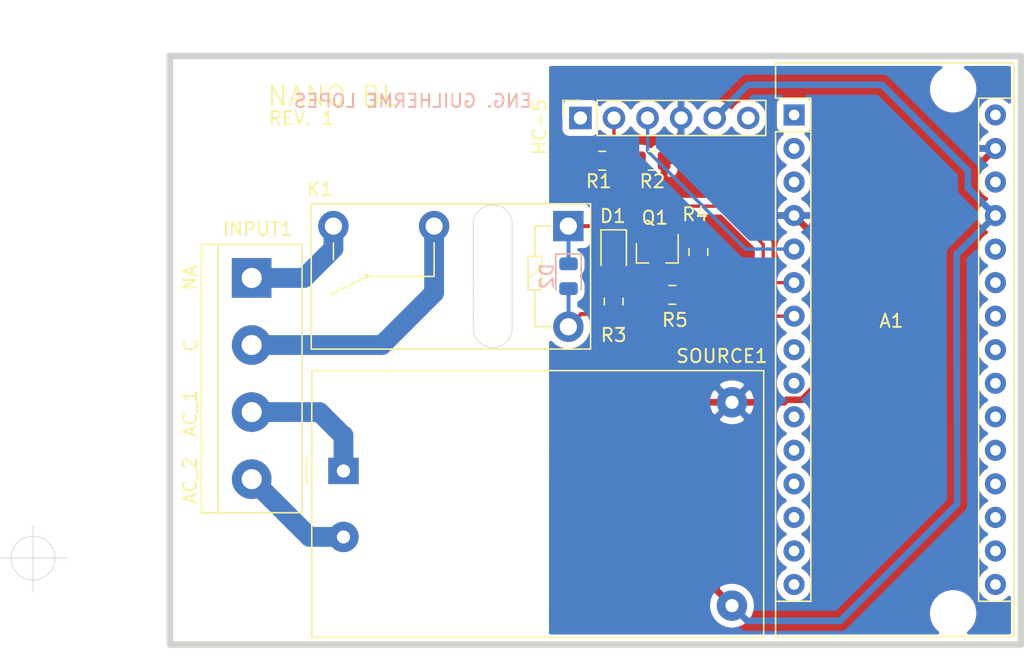
<source format=kicad_pcb>
(kicad_pcb (version 20171130) (host pcbnew "(5.1.5)-3")

  (general
    (thickness 1.6)
    (drawings 17)
    (tracks 79)
    (zones 0)
    (modules 17)
    (nets 40)
  )

  (page A4)
  (layers
    (0 F.Cu signal)
    (31 B.Cu signal)
    (32 B.Adhes user)
    (33 F.Adhes user)
    (34 B.Paste user hide)
    (35 F.Paste user hide)
    (36 B.SilkS user)
    (37 F.SilkS user)
    (38 B.Mask user)
    (39 F.Mask user)
    (40 Dwgs.User user)
    (41 Cmts.User user hide)
    (42 Eco1.User user)
    (43 Eco2.User user)
    (44 Edge.Cuts user)
    (45 Margin user)
    (46 B.CrtYd user hide)
    (47 F.CrtYd user hide)
    (48 B.Fab user)
    (49 F.Fab user)
  )

  (setup
    (last_trace_width 0.25)
    (trace_clearance 0.2)
    (zone_clearance 0.508)
    (zone_45_only no)
    (trace_min 0.2)
    (via_size 0.8)
    (via_drill 0.4)
    (via_min_size 0.4)
    (via_min_drill 0.3)
    (uvia_size 0.3)
    (uvia_drill 0.1)
    (uvias_allowed no)
    (uvia_min_size 0.2)
    (uvia_min_drill 0.1)
    (edge_width 0.05)
    (segment_width 0.2)
    (pcb_text_width 0.3)
    (pcb_text_size 1.5 1.5)
    (mod_edge_width 0.12)
    (mod_text_size 1 1)
    (mod_text_width 0.15)
    (pad_size 2.5 2.5)
    (pad_drill 2.5)
    (pad_to_mask_clearance 0.051)
    (solder_mask_min_width 0.25)
    (aux_axis_origin 0 0)
    (visible_elements 7FFFFFFF)
    (pcbplotparams
      (layerselection 0x010f0_ffffffff)
      (usegerberextensions false)
      (usegerberattributes true)
      (usegerberadvancedattributes false)
      (creategerberjobfile true)
      (excludeedgelayer true)
      (linewidth 0.100000)
      (plotframeref false)
      (viasonmask false)
      (mode 1)
      (useauxorigin false)
      (hpglpennumber 1)
      (hpglpenspeed 20)
      (hpglpendiameter 15.000000)
      (psnegative false)
      (psa4output false)
      (plotreference true)
      (plotvalue false)
      (plotinvisibletext false)
      (padsonsilk false)
      (subtractmaskfromsilk false)
      (outputformat 1)
      (mirror false)
      (drillshape 0)
      (scaleselection 1)
      (outputdirectory "../New folder/"))
  )

  (net 0 "")
  (net 1 "Net-(D1-Pad2)")
  (net 2 "Net-(D1-Pad1)")
  (net 3 +5V)
  (net 4 /EN)
  (net 5 GND)
  (net 6 /TX)
  (net 7 /STATE)
  (net 8 /NA)
  (net 9 /C)
  (net 10 "Net-(Q1-Pad1)")
  (net 11 /RX)
  (net 12 "Net-(A1-Pad16)")
  (net 13 "Net-(A1-Pad15)")
  (net 14 "Net-(A1-Pad30)")
  (net 15 "Net-(A1-Pad14)")
  (net 16 "Net-(A1-Pad13)")
  (net 17 "Net-(A1-Pad28)")
  (net 18 "Net-(A1-Pad12)")
  (net 19 "Net-(A1-Pad11)")
  (net 20 "Net-(A1-Pad26)")
  (net 21 "Net-(A1-Pad10)")
  (net 22 "Net-(A1-Pad25)")
  (net 23 "Net-(A1-Pad9)")
  (net 24 "Net-(A1-Pad24)")
  (net 25 "Net-(A1-Pad8)")
  (net 26 "Net-(A1-Pad23)")
  (net 27 /RELE_pin)
  (net 28 "Net-(A1-Pad22)")
  (net 29 "Net-(A1-Pad21)")
  (net 30 "Net-(A1-Pad20)")
  (net 31 "Net-(A1-Pad19)")
  (net 32 "Net-(A1-Pad3)")
  (net 33 "Net-(A1-Pad18)")
  (net 34 "Net-(A1-Pad2)")
  (net 35 "Net-(A1-Pad17)")
  (net 36 "Net-(A1-Pad1)")
  (net 37 /AC_2)
  (net 38 /AC_1)
  (net 39 /RX_M)

  (net_class Default "This is the default net class."
    (clearance 0.2)
    (trace_width 0.25)
    (via_dia 0.8)
    (via_drill 0.4)
    (uvia_dia 0.3)
    (uvia_drill 0.1)
    (add_net +5V)
    (add_net /AC_1)
    (add_net /AC_2)
    (add_net /C)
    (add_net /EN)
    (add_net /NA)
    (add_net /RELE_pin)
    (add_net /RX)
    (add_net /RX_M)
    (add_net /STATE)
    (add_net /TX)
    (add_net GND)
    (add_net "Net-(A1-Pad1)")
    (add_net "Net-(A1-Pad10)")
    (add_net "Net-(A1-Pad11)")
    (add_net "Net-(A1-Pad12)")
    (add_net "Net-(A1-Pad13)")
    (add_net "Net-(A1-Pad14)")
    (add_net "Net-(A1-Pad15)")
    (add_net "Net-(A1-Pad16)")
    (add_net "Net-(A1-Pad17)")
    (add_net "Net-(A1-Pad18)")
    (add_net "Net-(A1-Pad19)")
    (add_net "Net-(A1-Pad2)")
    (add_net "Net-(A1-Pad20)")
    (add_net "Net-(A1-Pad21)")
    (add_net "Net-(A1-Pad22)")
    (add_net "Net-(A1-Pad23)")
    (add_net "Net-(A1-Pad24)")
    (add_net "Net-(A1-Pad25)")
    (add_net "Net-(A1-Pad26)")
    (add_net "Net-(A1-Pad28)")
    (add_net "Net-(A1-Pad3)")
    (add_net "Net-(A1-Pad30)")
    (add_net "Net-(A1-Pad8)")
    (add_net "Net-(A1-Pad9)")
    (add_net "Net-(D1-Pad1)")
    (add_net "Net-(D1-Pad2)")
    (add_net "Net-(Q1-Pad1)")
  )

  (module Relay_THT:Relay_SPST_Omron-G5Q-1A (layer F.Cu) (tedit 5AE38B4B) (tstamp 5F7691CD)
    (at 159.7025 74.8665 180)
    (descr "Relay SPST-NO Omron Serie G5Q, http://omronfs.omron.com/en_US/ecb/products/pdf/en-g5q.pdf")
    (tags "Relay SPST-NO Omron Serie G5Q")
    (path /5F727205)
    (fp_text reference K1 (at 18.796 2.794 180) (layer F.SilkS)
      (effects (font (size 1 1) (thickness 0.15)))
    )
    (fp_text value G5Q-1A (at 8.8 3 180) (layer F.Fab)
      (effects (font (size 1 1) (thickness 0.15)))
    )
    (fp_circle (center 15.24 -3.81) (end 15.24 -3.68) (layer F.SilkS) (width 0.12))
    (fp_line (start -1.68 -9.31) (end 19.46 -9.31) (layer F.SilkS) (width 0.12))
    (fp_line (start -1.68 1.69) (end -1.68 -9.31) (layer F.SilkS) (width 0.12))
    (fp_line (start 19.46 1.69) (end 19.46 -9.31) (layer F.SilkS) (width 0.12))
    (fp_line (start -1.68 1.69) (end 19.46 1.69) (layer F.SilkS) (width 0.12))
    (fp_line (start 3.05 -2.29) (end 2.54 -2.29) (layer F.SilkS) (width 0.12))
    (fp_line (start 3.05 -4.83) (end 3.05 -2.29) (layer F.SilkS) (width 0.12))
    (fp_line (start 2.54 -4.83) (end 3.05 -4.83) (layer F.SilkS) (width 0.12))
    (fp_line (start 2.03 -4.83) (end 2.54 -4.83) (layer F.SilkS) (width 0.12))
    (fp_line (start 2.03 -2.29) (end 2.03 -4.83) (layer F.SilkS) (width 0.12))
    (fp_line (start 2.54 -2.29) (end 2.03 -2.29) (layer F.SilkS) (width 0.12))
    (fp_line (start 1.27 0) (end 2.54 0) (layer F.SilkS) (width 0.12))
    (fp_line (start 2.54 0) (end 2.54 -2.29) (layer F.SilkS) (width 0.12))
    (fp_line (start 2.54 -4.83) (end 2.54 -7.62) (layer F.SilkS) (width 0.12))
    (fp_line (start 2.54 -7.62) (end 1.27 -7.62) (layer F.SilkS) (width 0.12))
    (fp_line (start 2.03 -3.05) (end 3.05 -4.06) (layer F.SilkS) (width 0.12))
    (fp_line (start 10.16 -3.81) (end 15.24 -3.81) (layer F.SilkS) (width 0.12))
    (fp_line (start 10.16 -1.27) (end 10.16 -3.81) (layer F.SilkS) (width 0.12))
    (fp_line (start 17.78 -1.27) (end 17.78 -2.54) (layer F.SilkS) (width 0.12))
    (fp_line (start 15.24 -3.81) (end 18.03 -5.21) (layer F.SilkS) (width 0.12))
    (fp_line (start -1.95 1.95) (end -1.95 -9.55) (layer F.CrtYd) (width 0.05))
    (fp_line (start 19.7 1.95) (end -1.95 1.95) (layer F.CrtYd) (width 0.05))
    (fp_line (start 19.7 -9.55) (end 19.7 1.95) (layer F.CrtYd) (width 0.05))
    (fp_line (start -1.95 -9.55) (end 19.7 -9.55) (layer F.CrtYd) (width 0.05))
    (fp_line (start -1.18 -8.81) (end 18.96 -8.81) (layer F.Fab) (width 0.1))
    (fp_line (start -1.18 1.19) (end -1.18 -8.81) (layer F.Fab) (width 0.1))
    (fp_line (start 18.96 1.19) (end -1.18 1.19) (layer F.Fab) (width 0.1))
    (fp_line (start 18.96 -8.81) (end 18.96 1.19) (layer F.Fab) (width 0.1))
    (fp_line (start 0 -1) (end 0 -6.5) (layer F.Fab) (width 0.1))
    (fp_text user %R (at 9.6 -4.5) (layer F.Fab)
      (effects (font (size 1 1) (thickness 0.15)))
    )
    (pad 5 thru_hole circle (at 0 -7.62) (size 2.3 2.3) (drill 1.3) (layers *.Cu *.Mask)
      (net 3 +5V))
    (pad 3 thru_hole circle (at 17.78 0) (size 2.3 2.3) (drill 1.3) (layers *.Cu *.Mask)
      (net 8 /NA))
    (pad 2 thru_hole circle (at 10.16 0) (size 2.3 2.3) (drill 1.3) (layers *.Cu *.Mask)
      (net 9 /C))
    (pad 1 thru_hole rect (at 0 0) (size 2.3 2.3) (drill 1.3) (layers *.Cu *.Mask)
      (net 2 "Net-(D1-Pad1)"))
    (model ${KISYS3DMOD}/Relay_THT.3dshapes/Relay_SPST_Omron-G5Q-1A.wrl
      (at (xyz 0 0 0))
      (scale (xyz 2 1 1))
      (rotate (xyz 0 0 0))
    )
    (model "${KISYS3DMOD}/Relay_THT.3dshapes/User Library-Omron G5Q-1A.STEP"
      (offset (xyz 8.800000000000001 3.8 0))
      (scale (xyz 1 1 1))
      (rotate (xyz 0 0 0))
    )
  )

  (module TerminalBlock:TerminalBlock_bornier-4_P5.08mm (layer F.Cu) (tedit 59FF03D1) (tstamp 5F76A1D3)
    (at 135.7376 78.7908 270)
    (descr "simple 4-pin terminal block, pitch 5.08mm, revamped version of bornier4")
    (tags "terminal block bornier4")
    (path /5F7CD639)
    (fp_text reference INPUT1 (at -3.7084 -0.4572 180) (layer F.SilkS)
      (effects (font (size 1 1) (thickness 0.15)))
    )
    (fp_text value Conn_01x04 (at 7.6 4.75 90) (layer F.Fab)
      (effects (font (size 1 1) (thickness 0.15)))
    )
    (fp_line (start 17.97 4) (end -2.73 4) (layer F.CrtYd) (width 0.05))
    (fp_line (start 17.97 4) (end 17.97 -4) (layer F.CrtYd) (width 0.05))
    (fp_line (start -2.73 -4) (end -2.73 4) (layer F.CrtYd) (width 0.05))
    (fp_line (start -2.73 -4) (end 17.97 -4) (layer F.CrtYd) (width 0.05))
    (fp_line (start -2.54 3.81) (end 17.78 3.81) (layer F.SilkS) (width 0.12))
    (fp_line (start -2.54 -3.81) (end 17.78 -3.81) (layer F.SilkS) (width 0.12))
    (fp_line (start 17.78 2.54) (end -2.54 2.54) (layer F.SilkS) (width 0.12))
    (fp_line (start 17.78 3.81) (end 17.78 -3.81) (layer F.SilkS) (width 0.12))
    (fp_line (start -2.54 -3.81) (end -2.54 3.81) (layer F.SilkS) (width 0.12))
    (fp_line (start 17.72 3.75) (end -2.43 3.75) (layer F.Fab) (width 0.1))
    (fp_line (start 17.72 -3.75) (end 17.72 3.75) (layer F.Fab) (width 0.1))
    (fp_line (start -2.48 -3.75) (end 17.72 -3.75) (layer F.Fab) (width 0.1))
    (fp_line (start -2.48 3.75) (end -2.48 -3.75) (layer F.Fab) (width 0.1))
    (fp_line (start -2.43 3.75) (end -2.48 3.75) (layer F.Fab) (width 0.1))
    (fp_line (start -2.48 2.55) (end 17.72 2.55) (layer F.Fab) (width 0.1))
    (fp_text user %R (at 7.62 0 90) (layer F.Fab)
      (effects (font (size 1 1) (thickness 0.15)))
    )
    (pad 4 thru_hole circle (at 15.24 0 270) (size 3 3) (drill 1.52) (layers *.Cu *.Mask)
      (net 37 /AC_2))
    (pad 1 thru_hole rect (at 0 0 270) (size 3 3) (drill 1.52) (layers *.Cu *.Mask)
      (net 8 /NA))
    (pad 3 thru_hole circle (at 10.16 0 270) (size 3 3) (drill 1.52) (layers *.Cu *.Mask)
      (net 38 /AC_1))
    (pad 2 thru_hole circle (at 5.08 0 270) (size 3 3) (drill 1.52) (layers *.Cu *.Mask)
      (net 9 /C))
    (model ${KISYS3DMOD}/TerminalBlock.3dshapes/TerminalBlock_bornier-4_P5.08mm.wrl
      (at (xyz 0 0 0))
      (scale (xyz 1 1 1))
      (rotate (xyz 0 0 0))
    )
    (model "${KISYS3DMOD}/Connector_KRE/Terminal block 2 POS.STEP"
      (offset (xyz 2.5 0 0))
      (scale (xyz 1 1 1))
      (rotate (xyz 0 0 0))
    )
    (model "${KISYS3DMOD}/Connector_KRE/Terminal block 2 POS.STEP"
      (offset (xyz 12.7 0 0))
      (scale (xyz 1 1 1))
      (rotate (xyz 0 0 0))
    )
  )

  (module MountingHole:MountingHole_2.5mm (layer F.Cu) (tedit 5F75F5C7) (tstamp 5F75D6BF)
    (at 188.8236 104.1908)
    (descr "Mounting Hole 2.5mm, no annular")
    (tags "mounting hole 2.5mm no annular")
    (path /56D73DD9)
    (attr virtual)
    (fp_text reference P6 (at -2.54 -0.3556 90) (layer F.SilkS) hide
      (effects (font (size 1 1) (thickness 0.15)))
    )
    (fp_text value CONN_01X01 (at 0 3.5) (layer F.Fab)
      (effects (font (size 1 1) (thickness 0.15)))
    )
    (fp_circle (center 0 0) (end 2.75 0) (layer F.CrtYd) (width 0.05))
    (fp_circle (center 0 0) (end 2.5 0) (layer Cmts.User) (width 0.15))
    (fp_text user %R (at 0.3 0) (layer F.Fab)
      (effects (font (size 1 1) (thickness 0.15)))
    )
    (pad "" np_thru_hole circle (at 0 0) (size 2.5 2.5) (drill 2.5) (layers *.Cu *.Mask))
  )

  (module MountingHole:MountingHole_2.5mm (layer F.Cu) (tedit 5F75D670) (tstamp 5F75D6B7)
    (at 134.7724 104.1908)
    (descr "Mounting Hole 2.5mm, no annular")
    (tags "mounting hole 2.5mm no annular")
    (path /56D73DAE)
    (attr virtual)
    (fp_text reference P5 (at -1.524 -2.5908) (layer F.SilkS) hide
      (effects (font (size 1 1) (thickness 0.15)))
    )
    (fp_text value CONN_01X01 (at 0 3.5) (layer F.Fab)
      (effects (font (size 1 1) (thickness 0.15)))
    )
    (fp_circle (center 0 0) (end 2.75 0) (layer F.CrtYd) (width 0.05))
    (fp_circle (center 0 0) (end 2.5 0) (layer Cmts.User) (width 0.15))
    (fp_text user %R (at 0.3 0) (layer F.Fab)
      (effects (font (size 1 1) (thickness 0.15)))
    )
    (pad "" np_thru_hole circle (at -1.2319 0) (size 2.5 2.5) (drill 2.5) (layers *.Cu *.Mask))
  )

  (module MountingHole:MountingHole_2.5mm (layer F.Cu) (tedit 5F75F5F1) (tstamp 5F7606AE)
    (at 133.5405 60.5155)
    (descr "Mounting Hole 2.5mm, no annular")
    (tags "mounting hole 2.5mm no annular")
    (path /56D73D86)
    (attr virtual)
    (fp_text reference P4 (at -0.0889 6.6421) (layer F.SilkS) hide
      (effects (font (size 1 1) (thickness 0.15)))
    )
    (fp_text value CONN_01X01 (at 0 3.5) (layer F.Fab)
      (effects (font (size 1 1) (thickness 0.15)))
    )
    (fp_circle (center 0 0) (end 2.75 0) (layer F.CrtYd) (width 0.05))
    (fp_circle (center 0 0) (end 2.5 0) (layer Cmts.User) (width 0.15))
    (fp_text user %R (at 0.3 0) (layer F.Fab)
      (effects (font (size 1 1) (thickness 0.15)))
    )
    (pad "" np_thru_hole circle (at 0 3.9845) (size 2.5 2.5) (drill 2.5) (layers *.Cu *.Mask))
  )

  (module MountingHole:MountingHole_2.5mm (layer F.Cu) (tedit 5F75F5EA) (tstamp 5F761446)
    (at 188.722 63.9953)
    (descr "Mounting Hole 2.5mm, no annular")
    (tags "mounting hole 2.5mm no annular")
    (path /56D73ADD)
    (attr virtual)
    (fp_text reference P3 (at -2.9464 0.3175) (layer F.SilkS) hide
      (effects (font (size 1 1) (thickness 0.15)))
    )
    (fp_text value CONN_01X01 (at 0 3.5) (layer F.Fab)
      (effects (font (size 1 1) (thickness 0.15)))
    )
    (fp_circle (center 0 0) (end 2.75 0) (layer F.CrtYd) (width 0.05))
    (fp_circle (center 0 0) (end 2.5 0) (layer Cmts.User) (width 0.15))
    (fp_text user %R (at 0.3 0) (layer F.Fab)
      (effects (font (size 1 1) (thickness 0.15)))
    )
    (pad "" np_thru_hole circle (at 0.1016 0.5047) (size 2.5 2.5) (drill 2.5) (layers *.Cu *.Mask))
  )

  (module Resistor_SMD:R_0805_2012Metric (layer F.Cu) (tedit 5B36C52B) (tstamp 5F75F4A1)
    (at 167.5765 80.0735)
    (descr "Resistor SMD 0805 (2012 Metric), square (rectangular) end terminal, IPC_7351 nominal, (Body size source: https://docs.google.com/spreadsheets/d/1BsfQQcO9C6DZCsRaXUlFlo91Tg2WpOkGARC1WS5S8t0/edit?usp=sharing), generated with kicad-footprint-generator")
    (tags resistor)
    (path /5F735422)
    (attr smd)
    (fp_text reference R5 (at 0.1905 1.905) (layer F.SilkS)
      (effects (font (size 1 1) (thickness 0.15)))
    )
    (fp_text value 10K (at 0 1.65) (layer F.Fab)
      (effects (font (size 1 1) (thickness 0.15)))
    )
    (fp_text user %R (at 0 0) (layer F.Fab)
      (effects (font (size 0.5 0.5) (thickness 0.08)))
    )
    (fp_line (start 1.68 0.95) (end -1.68 0.95) (layer F.CrtYd) (width 0.05))
    (fp_line (start 1.68 -0.95) (end 1.68 0.95) (layer F.CrtYd) (width 0.05))
    (fp_line (start -1.68 -0.95) (end 1.68 -0.95) (layer F.CrtYd) (width 0.05))
    (fp_line (start -1.68 0.95) (end -1.68 -0.95) (layer F.CrtYd) (width 0.05))
    (fp_line (start -0.258578 0.71) (end 0.258578 0.71) (layer F.SilkS) (width 0.12))
    (fp_line (start -0.258578 -0.71) (end 0.258578 -0.71) (layer F.SilkS) (width 0.12))
    (fp_line (start 1 0.6) (end -1 0.6) (layer F.Fab) (width 0.1))
    (fp_line (start 1 -0.6) (end 1 0.6) (layer F.Fab) (width 0.1))
    (fp_line (start -1 -0.6) (end 1 -0.6) (layer F.Fab) (width 0.1))
    (fp_line (start -1 0.6) (end -1 -0.6) (layer F.Fab) (width 0.1))
    (pad 2 smd roundrect (at 0.9375 0) (size 0.975 1.4) (layers F.Cu F.Paste F.Mask) (roundrect_rratio 0.25)
      (net 27 /RELE_pin))
    (pad 1 smd roundrect (at -0.9375 0) (size 0.975 1.4) (layers F.Cu F.Paste F.Mask) (roundrect_rratio 0.25)
      (net 5 GND))
    (model ${KISYS3DMOD}/Resistor_SMD.3dshapes/R_0805_2012Metric.wrl
      (at (xyz 0 0 0))
      (scale (xyz 1 1 1))
      (rotate (xyz 0 0 0))
    )
  )

  (module Module:Arduino_Nano (layer F.Cu) (tedit 58ACAF70) (tstamp 5F76BDC8)
    (at 176.784 66.4464)
    (descr "Arduino Nano, http://www.mouser.com/pdfdocs/Gravitech_Arduino_Nano3_0.pdf")
    (tags "Arduino Nano")
    (path /5F750FAD)
    (fp_text reference A1 (at 7.366 15.5956) (layer F.SilkS)
      (effects (font (size 1 1) (thickness 0.15)))
    )
    (fp_text value Arduino_Nano_v3.x (at 8.89 19.05 90) (layer F.Fab)
      (effects (font (size 1 1) (thickness 0.15)))
    )
    (fp_line (start 16.75 42.16) (end -1.53 42.16) (layer F.CrtYd) (width 0.05))
    (fp_line (start 16.75 42.16) (end 16.75 -4.06) (layer F.CrtYd) (width 0.05))
    (fp_line (start -1.53 -4.06) (end -1.53 42.16) (layer F.CrtYd) (width 0.05))
    (fp_line (start -1.53 -4.06) (end 16.75 -4.06) (layer F.CrtYd) (width 0.05))
    (fp_line (start 16.51 -3.81) (end 16.51 39.37) (layer F.Fab) (width 0.1))
    (fp_line (start 0 -3.81) (end 16.51 -3.81) (layer F.Fab) (width 0.1))
    (fp_line (start -1.27 -2.54) (end 0 -3.81) (layer F.Fab) (width 0.1))
    (fp_line (start -1.27 39.37) (end -1.27 -2.54) (layer F.Fab) (width 0.1))
    (fp_line (start 16.51 39.37) (end -1.27 39.37) (layer F.Fab) (width 0.1))
    (fp_line (start 16.64 -3.94) (end -1.4 -3.94) (layer F.SilkS) (width 0.12))
    (fp_line (start 16.64 39.5) (end 16.64 -3.94) (layer F.SilkS) (width 0.12))
    (fp_line (start -1.4 39.5) (end 16.64 39.5) (layer F.SilkS) (width 0.12))
    (fp_line (start 3.81 41.91) (end 3.81 31.75) (layer F.Fab) (width 0.1))
    (fp_line (start 11.43 41.91) (end 3.81 41.91) (layer F.Fab) (width 0.1))
    (fp_line (start 11.43 31.75) (end 11.43 41.91) (layer F.Fab) (width 0.1))
    (fp_line (start 3.81 31.75) (end 11.43 31.75) (layer F.Fab) (width 0.1))
    (fp_line (start 1.27 36.83) (end -1.4 36.83) (layer F.SilkS) (width 0.12))
    (fp_line (start 1.27 1.27) (end 1.27 36.83) (layer F.SilkS) (width 0.12))
    (fp_line (start 1.27 1.27) (end -1.4 1.27) (layer F.SilkS) (width 0.12))
    (fp_line (start 13.97 36.83) (end 16.64 36.83) (layer F.SilkS) (width 0.12))
    (fp_line (start 13.97 -1.27) (end 13.97 36.83) (layer F.SilkS) (width 0.12))
    (fp_line (start 13.97 -1.27) (end 16.64 -1.27) (layer F.SilkS) (width 0.12))
    (fp_line (start -1.4 -3.94) (end -1.4 -1.27) (layer F.SilkS) (width 0.12))
    (fp_line (start -1.4 1.27) (end -1.4 39.5) (layer F.SilkS) (width 0.12))
    (fp_line (start 1.27 -1.27) (end -1.4 -1.27) (layer F.SilkS) (width 0.12))
    (fp_line (start 1.27 1.27) (end 1.27 -1.27) (layer F.SilkS) (width 0.12))
    (fp_text user %R (at 6.35 19.05 90) (layer F.Fab)
      (effects (font (size 1 1) (thickness 0.15)))
    )
    (pad 16 thru_hole oval (at 15.24 35.56) (size 1.6 1.6) (drill 0.8) (layers *.Cu *.Mask)
      (net 12 "Net-(A1-Pad16)"))
    (pad 15 thru_hole oval (at 0 35.56) (size 1.6 1.6) (drill 0.8) (layers *.Cu *.Mask)
      (net 13 "Net-(A1-Pad15)"))
    (pad 30 thru_hole oval (at 15.24 0) (size 1.6 1.6) (drill 0.8) (layers *.Cu *.Mask)
      (net 14 "Net-(A1-Pad30)"))
    (pad 14 thru_hole oval (at 0 33.02) (size 1.6 1.6) (drill 0.8) (layers *.Cu *.Mask)
      (net 15 "Net-(A1-Pad14)"))
    (pad 29 thru_hole oval (at 15.24 2.54) (size 1.6 1.6) (drill 0.8) (layers *.Cu *.Mask)
      (net 5 GND))
    (pad 13 thru_hole oval (at 0 30.48) (size 1.6 1.6) (drill 0.8) (layers *.Cu *.Mask)
      (net 16 "Net-(A1-Pad13)"))
    (pad 28 thru_hole oval (at 15.24 5.08) (size 1.6 1.6) (drill 0.8) (layers *.Cu *.Mask)
      (net 17 "Net-(A1-Pad28)"))
    (pad 12 thru_hole oval (at 0 27.94) (size 1.6 1.6) (drill 0.8) (layers *.Cu *.Mask)
      (net 18 "Net-(A1-Pad12)"))
    (pad 27 thru_hole oval (at 15.24 7.62) (size 1.6 1.6) (drill 0.8) (layers *.Cu *.Mask)
      (net 3 +5V))
    (pad 11 thru_hole oval (at 0 25.4) (size 1.6 1.6) (drill 0.8) (layers *.Cu *.Mask)
      (net 19 "Net-(A1-Pad11)"))
    (pad 26 thru_hole oval (at 15.24 10.16) (size 1.6 1.6) (drill 0.8) (layers *.Cu *.Mask)
      (net 20 "Net-(A1-Pad26)"))
    (pad 10 thru_hole oval (at 0 22.86) (size 1.6 1.6) (drill 0.8) (layers *.Cu *.Mask)
      (net 21 "Net-(A1-Pad10)"))
    (pad 25 thru_hole oval (at 15.24 12.7) (size 1.6 1.6) (drill 0.8) (layers *.Cu *.Mask)
      (net 22 "Net-(A1-Pad25)"))
    (pad 9 thru_hole oval (at 0 20.32) (size 1.6 1.6) (drill 0.8) (layers *.Cu *.Mask)
      (net 23 "Net-(A1-Pad9)"))
    (pad 24 thru_hole oval (at 15.24 15.24) (size 1.6 1.6) (drill 0.8) (layers *.Cu *.Mask)
      (net 24 "Net-(A1-Pad24)"))
    (pad 8 thru_hole oval (at 0 17.78) (size 1.6 1.6) (drill 0.8) (layers *.Cu *.Mask)
      (net 25 "Net-(A1-Pad8)"))
    (pad 23 thru_hole oval (at 15.24 17.78) (size 1.6 1.6) (drill 0.8) (layers *.Cu *.Mask)
      (net 26 "Net-(A1-Pad23)"))
    (pad 7 thru_hole oval (at 0 15.24) (size 1.6 1.6) (drill 0.8) (layers *.Cu *.Mask)
      (net 27 /RELE_pin))
    (pad 22 thru_hole oval (at 15.24 20.32) (size 1.6 1.6) (drill 0.8) (layers *.Cu *.Mask)
      (net 28 "Net-(A1-Pad22)"))
    (pad 6 thru_hole oval (at 0 12.7) (size 1.6 1.6) (drill 0.8) (layers *.Cu *.Mask)
      (net 11 /RX))
    (pad 21 thru_hole oval (at 15.24 22.86) (size 1.6 1.6) (drill 0.8) (layers *.Cu *.Mask)
      (net 29 "Net-(A1-Pad21)"))
    (pad 5 thru_hole oval (at 0 10.16) (size 1.6 1.6) (drill 0.8) (layers *.Cu *.Mask)
      (net 6 /TX))
    (pad 20 thru_hole oval (at 15.24 25.4) (size 1.6 1.6) (drill 0.8) (layers *.Cu *.Mask)
      (net 30 "Net-(A1-Pad20)"))
    (pad 4 thru_hole oval (at 0 7.62) (size 1.6 1.6) (drill 0.8) (layers *.Cu *.Mask)
      (net 5 GND))
    (pad 19 thru_hole oval (at 15.24 27.94) (size 1.6 1.6) (drill 0.8) (layers *.Cu *.Mask)
      (net 31 "Net-(A1-Pad19)"))
    (pad 3 thru_hole oval (at 0 5.08) (size 1.6 1.6) (drill 0.8) (layers *.Cu *.Mask)
      (net 32 "Net-(A1-Pad3)"))
    (pad 18 thru_hole oval (at 15.24 30.48) (size 1.6 1.6) (drill 0.8) (layers *.Cu *.Mask)
      (net 33 "Net-(A1-Pad18)"))
    (pad 2 thru_hole oval (at 0 2.54) (size 1.6 1.6) (drill 0.8) (layers *.Cu *.Mask)
      (net 34 "Net-(A1-Pad2)"))
    (pad 17 thru_hole oval (at 15.24 33.02) (size 1.6 1.6) (drill 0.8) (layers *.Cu *.Mask)
      (net 35 "Net-(A1-Pad17)"))
    (pad 1 thru_hole rect (at 0 0) (size 1.6 1.6) (drill 0.8) (layers *.Cu *.Mask)
      (net 36 "Net-(A1-Pad1)"))
    (model ${KISYS3DMOD}/Module.3dshapes/Arduino_Nano_WithMountingHoles.wrl
      (at (xyz 0 0 0))
      (scale (xyz 1 1 1))
      (rotate (xyz 5 0 0))
    )
    (model "${KISYS3DMOD}/Arduino/User Library-arduino_nano.STEP"
      (offset (xyz 0 0 3.5))
      (scale (xyz 1 1 1))
      (rotate (xyz -90 0 90))
    )
  )

  (module Resistor_SMD:R_0805_2012Metric (layer F.Cu) (tedit 5B36C52B) (tstamp 5F7484B4)
    (at 169.545 76.835 270)
    (descr "Resistor SMD 0805 (2012 Metric), square (rectangular) end terminal, IPC_7351 nominal, (Body size source: https://docs.google.com/spreadsheets/d/1BsfQQcO9C6DZCsRaXUlFlo91Tg2WpOkGARC1WS5S8t0/edit?usp=sharing), generated with kicad-footprint-generator")
    (tags resistor)
    (path /5F3D146B)
    (attr smd)
    (fp_text reference R4 (at -2.8575 0.254 180) (layer F.SilkS)
      (effects (font (size 1 1) (thickness 0.15)))
    )
    (fp_text value 330R (at 0 1.65 90) (layer F.Fab)
      (effects (font (size 1 1) (thickness 0.15)))
    )
    (fp_text user %R (at 0 0 90) (layer F.Fab)
      (effects (font (size 0.5 0.5) (thickness 0.08)))
    )
    (fp_line (start 1.68 0.95) (end -1.68 0.95) (layer F.CrtYd) (width 0.05))
    (fp_line (start 1.68 -0.95) (end 1.68 0.95) (layer F.CrtYd) (width 0.05))
    (fp_line (start -1.68 -0.95) (end 1.68 -0.95) (layer F.CrtYd) (width 0.05))
    (fp_line (start -1.68 0.95) (end -1.68 -0.95) (layer F.CrtYd) (width 0.05))
    (fp_line (start -0.258578 0.71) (end 0.258578 0.71) (layer F.SilkS) (width 0.12))
    (fp_line (start -0.258578 -0.71) (end 0.258578 -0.71) (layer F.SilkS) (width 0.12))
    (fp_line (start 1 0.6) (end -1 0.6) (layer F.Fab) (width 0.1))
    (fp_line (start 1 -0.6) (end 1 0.6) (layer F.Fab) (width 0.1))
    (fp_line (start -1 -0.6) (end 1 -0.6) (layer F.Fab) (width 0.1))
    (fp_line (start -1 0.6) (end -1 -0.6) (layer F.Fab) (width 0.1))
    (pad 2 smd roundrect (at 0.9375 0 270) (size 0.975 1.4) (layers F.Cu F.Paste F.Mask) (roundrect_rratio 0.25)
      (net 27 /RELE_pin))
    (pad 1 smd roundrect (at -0.9375 0 270) (size 0.975 1.4) (layers F.Cu F.Paste F.Mask) (roundrect_rratio 0.25)
      (net 10 "Net-(Q1-Pad1)"))
    (model ${KISYS3DMOD}/Resistor_SMD.3dshapes/R_0805_2012Metric.wrl
      (at (xyz 0 0 0))
      (scale (xyz 1 1 1))
      (rotate (xyz 0 0 0))
    )
  )

  (module Resistor_SMD:R_0805_2012Metric (layer F.Cu) (tedit 5B36C52B) (tstamp 5F75FBA7)
    (at 163.1315 80.5815 270)
    (descr "Resistor SMD 0805 (2012 Metric), square (rectangular) end terminal, IPC_7351 nominal, (Body size source: https://docs.google.com/spreadsheets/d/1BsfQQcO9C6DZCsRaXUlFlo91Tg2WpOkGARC1WS5S8t0/edit?usp=sharing), generated with kicad-footprint-generator")
    (tags resistor)
    (path /5F3DEE41)
    (attr smd)
    (fp_text reference R3 (at 2.54 0 180) (layer F.SilkS)
      (effects (font (size 1 1) (thickness 0.15)))
    )
    (fp_text value 330R (at 0 1.65 90) (layer F.Fab)
      (effects (font (size 1 1) (thickness 0.15)))
    )
    (fp_text user %R (at 0 0 90) (layer F.Fab)
      (effects (font (size 0.5 0.5) (thickness 0.08)))
    )
    (fp_line (start 1.68 0.95) (end -1.68 0.95) (layer F.CrtYd) (width 0.05))
    (fp_line (start 1.68 -0.95) (end 1.68 0.95) (layer F.CrtYd) (width 0.05))
    (fp_line (start -1.68 -0.95) (end 1.68 -0.95) (layer F.CrtYd) (width 0.05))
    (fp_line (start -1.68 0.95) (end -1.68 -0.95) (layer F.CrtYd) (width 0.05))
    (fp_line (start -0.258578 0.71) (end 0.258578 0.71) (layer F.SilkS) (width 0.12))
    (fp_line (start -0.258578 -0.71) (end 0.258578 -0.71) (layer F.SilkS) (width 0.12))
    (fp_line (start 1 0.6) (end -1 0.6) (layer F.Fab) (width 0.1))
    (fp_line (start 1 -0.6) (end 1 0.6) (layer F.Fab) (width 0.1))
    (fp_line (start -1 -0.6) (end 1 -0.6) (layer F.Fab) (width 0.1))
    (fp_line (start -1 0.6) (end -1 -0.6) (layer F.Fab) (width 0.1))
    (pad 2 smd roundrect (at 0.9375 0 270) (size 0.975 1.4) (layers F.Cu F.Paste F.Mask) (roundrect_rratio 0.25)
      (net 3 +5V))
    (pad 1 smd roundrect (at -0.9375 0 270) (size 0.975 1.4) (layers F.Cu F.Paste F.Mask) (roundrect_rratio 0.25)
      (net 1 "Net-(D1-Pad2)"))
    (model ${KISYS3DMOD}/Resistor_SMD.3dshapes/R_0805_2012Metric.wrl
      (at (xyz 0 0 0))
      (scale (xyz 1 1 1))
      (rotate (xyz 0 0 0))
    )
  )

  (module Resistor_SMD:R_0805_2012Metric (layer F.Cu) (tedit 5B36C52B) (tstamp 5F76049D)
    (at 166.0144 69.9135 180)
    (descr "Resistor SMD 0805 (2012 Metric), square (rectangular) end terminal, IPC_7351 nominal, (Body size source: https://docs.google.com/spreadsheets/d/1BsfQQcO9C6DZCsRaXUlFlo91Tg2WpOkGARC1WS5S8t0/edit?usp=sharing), generated with kicad-footprint-generator")
    (tags resistor)
    (path /5F74820B)
    (attr smd)
    (fp_text reference R2 (at -0.0508 -1.5621 180) (layer F.SilkS)
      (effects (font (size 1 1) (thickness 0.15)))
    )
    (fp_text value 2k (at 0 1.65) (layer F.Fab)
      (effects (font (size 1 1) (thickness 0.15)))
    )
    (fp_text user %R (at 0 0) (layer F.Fab)
      (effects (font (size 0.5 0.5) (thickness 0.08)))
    )
    (fp_line (start 1.68 0.95) (end -1.68 0.95) (layer F.CrtYd) (width 0.05))
    (fp_line (start 1.68 -0.95) (end 1.68 0.95) (layer F.CrtYd) (width 0.05))
    (fp_line (start -1.68 -0.95) (end 1.68 -0.95) (layer F.CrtYd) (width 0.05))
    (fp_line (start -1.68 0.95) (end -1.68 -0.95) (layer F.CrtYd) (width 0.05))
    (fp_line (start -0.258578 0.71) (end 0.258578 0.71) (layer F.SilkS) (width 0.12))
    (fp_line (start -0.258578 -0.71) (end 0.258578 -0.71) (layer F.SilkS) (width 0.12))
    (fp_line (start 1 0.6) (end -1 0.6) (layer F.Fab) (width 0.1))
    (fp_line (start 1 -0.6) (end 1 0.6) (layer F.Fab) (width 0.1))
    (fp_line (start -1 -0.6) (end 1 -0.6) (layer F.Fab) (width 0.1))
    (fp_line (start -1 0.6) (end -1 -0.6) (layer F.Fab) (width 0.1))
    (pad 2 smd roundrect (at 0.9375 0 180) (size 0.975 1.4) (layers F.Cu F.Paste F.Mask) (roundrect_rratio 0.25)
      (net 39 /RX_M))
    (pad 1 smd roundrect (at -0.9375 0 180) (size 0.975 1.4) (layers F.Cu F.Paste F.Mask) (roundrect_rratio 0.25)
      (net 5 GND))
    (model ${KISYS3DMOD}/Resistor_SMD.3dshapes/R_0805_2012Metric.wrl
      (at (xyz 0 0 0))
      (scale (xyz 1 1 1))
      (rotate (xyz 0 0 0))
    )
  )

  (module Resistor_SMD:R_0805_2012Metric (layer F.Cu) (tedit 5B36C52B) (tstamp 5F760BF4)
    (at 162.2679 69.9135 180)
    (descr "Resistor SMD 0805 (2012 Metric), square (rectangular) end terminal, IPC_7351 nominal, (Body size source: https://docs.google.com/spreadsheets/d/1BsfQQcO9C6DZCsRaXUlFlo91Tg2WpOkGARC1WS5S8t0/edit?usp=sharing), generated with kicad-footprint-generator")
    (tags resistor)
    (path /5F7478DB)
    (attr smd)
    (fp_text reference R1 (at 0.2667 -1.5621 180) (layer F.SilkS)
      (effects (font (size 1 1) (thickness 0.15)))
    )
    (fp_text value 1k (at 0 1.65) (layer F.Fab)
      (effects (font (size 1 1) (thickness 0.15)))
    )
    (fp_text user %R (at 0 0) (layer F.Fab)
      (effects (font (size 0.5 0.5) (thickness 0.08)))
    )
    (fp_line (start 1.68 0.95) (end -1.68 0.95) (layer F.CrtYd) (width 0.05))
    (fp_line (start 1.68 -0.95) (end 1.68 0.95) (layer F.CrtYd) (width 0.05))
    (fp_line (start -1.68 -0.95) (end 1.68 -0.95) (layer F.CrtYd) (width 0.05))
    (fp_line (start -1.68 0.95) (end -1.68 -0.95) (layer F.CrtYd) (width 0.05))
    (fp_line (start -0.258578 0.71) (end 0.258578 0.71) (layer F.SilkS) (width 0.12))
    (fp_line (start -0.258578 -0.71) (end 0.258578 -0.71) (layer F.SilkS) (width 0.12))
    (fp_line (start 1 0.6) (end -1 0.6) (layer F.Fab) (width 0.1))
    (fp_line (start 1 -0.6) (end 1 0.6) (layer F.Fab) (width 0.1))
    (fp_line (start -1 -0.6) (end 1 -0.6) (layer F.Fab) (width 0.1))
    (fp_line (start -1 0.6) (end -1 -0.6) (layer F.Fab) (width 0.1))
    (pad 2 smd roundrect (at 0.9375 0 180) (size 0.975 1.4) (layers F.Cu F.Paste F.Mask) (roundrect_rratio 0.25)
      (net 11 /RX))
    (pad 1 smd roundrect (at -0.9375 0 180) (size 0.975 1.4) (layers F.Cu F.Paste F.Mask) (roundrect_rratio 0.25)
      (net 39 /RX_M))
    (model ${KISYS3DMOD}/Resistor_SMD.3dshapes/R_0805_2012Metric.wrl
      (at (xyz 0 0 0))
      (scale (xyz 1 1 1))
      (rotate (xyz 0 0 0))
    )
  )

  (module Package_TO_SOT_SMD:SOT-23 (layer F.Cu) (tedit 5A02FF57) (tstamp 5F75FC56)
    (at 166.4335 76.8985 270)
    (descr "SOT-23, Standard")
    (tags SOT-23)
    (path /5F3D2BE8)
    (attr smd)
    (fp_text reference Q1 (at -2.667 0.1905 180) (layer F.SilkS)
      (effects (font (size 1 1) (thickness 0.15)))
    )
    (fp_text value Q_NPN_BCE (at 0 2.5 90) (layer F.Fab)
      (effects (font (size 1 1) (thickness 0.15)))
    )
    (fp_line (start 0.76 1.58) (end -0.7 1.58) (layer F.SilkS) (width 0.12))
    (fp_line (start 0.76 -1.58) (end -1.4 -1.58) (layer F.SilkS) (width 0.12))
    (fp_line (start -1.7 1.75) (end -1.7 -1.75) (layer F.CrtYd) (width 0.05))
    (fp_line (start 1.7 1.75) (end -1.7 1.75) (layer F.CrtYd) (width 0.05))
    (fp_line (start 1.7 -1.75) (end 1.7 1.75) (layer F.CrtYd) (width 0.05))
    (fp_line (start -1.7 -1.75) (end 1.7 -1.75) (layer F.CrtYd) (width 0.05))
    (fp_line (start 0.76 -1.58) (end 0.76 -0.65) (layer F.SilkS) (width 0.12))
    (fp_line (start 0.76 1.58) (end 0.76 0.65) (layer F.SilkS) (width 0.12))
    (fp_line (start -0.7 1.52) (end 0.7 1.52) (layer F.Fab) (width 0.1))
    (fp_line (start 0.7 -1.52) (end 0.7 1.52) (layer F.Fab) (width 0.1))
    (fp_line (start -0.7 -0.95) (end -0.15 -1.52) (layer F.Fab) (width 0.1))
    (fp_line (start -0.15 -1.52) (end 0.7 -1.52) (layer F.Fab) (width 0.1))
    (fp_line (start -0.7 -0.95) (end -0.7 1.5) (layer F.Fab) (width 0.1))
    (fp_text user %R (at 0 0) (layer F.Fab)
      (effects (font (size 0.5 0.5) (thickness 0.075)))
    )
    (pad 3 smd rect (at 1 0 270) (size 0.9 0.8) (layers F.Cu F.Paste F.Mask)
      (net 5 GND))
    (pad 2 smd rect (at -1 0.95 270) (size 0.9 0.8) (layers F.Cu F.Paste F.Mask)
      (net 2 "Net-(D1-Pad1)"))
    (pad 1 smd rect (at -1 -0.95 270) (size 0.9 0.8) (layers F.Cu F.Paste F.Mask)
      (net 10 "Net-(Q1-Pad1)"))
    (model ${KISYS3DMOD}/Package_TO_SOT_SMD.3dshapes/SOT-23.wrl
      (at (xyz 0 0 0))
      (scale (xyz 1 1 1))
      (rotate (xyz 0 0 0))
    )
  )

  (module Converter_ACDC:Converter_ACDC_HiLink_HLK-PMxx (layer F.Cu) (tedit 5C1AC1CD) (tstamp 5F75E04F)
    (at 142.6845 93.4085)
    (descr "ACDC-Converter, 3W, HiLink, HLK-PMxx, THT, http://www.hlktech.net/product_detail.php?ProId=54")
    (tags "ACDC-Converter 3W THT HiLink board mount module")
    (path /5F7590BB)
    (fp_text reference SOURCE1 (at 28.6385 -8.6995) (layer F.SilkS)
      (effects (font (size 1 1) (thickness 0.15)))
    )
    (fp_text value HLK-PM01 (at 15.79 13.85) (layer F.Fab)
      (effects (font (size 1 1) (thickness 0.15)))
    )
    (fp_line (start -2.79 -1) (end -2.79 1.01) (layer F.SilkS) (width 0.12))
    (fp_line (start 31.8 -7.6) (end -2.4 -7.6) (layer F.SilkS) (width 0.12))
    (fp_line (start 31.8 12.6) (end 31.8 -7.6) (layer F.SilkS) (width 0.12))
    (fp_line (start -2.4 12.6) (end 31.8 12.6) (layer F.SilkS) (width 0.12))
    (fp_line (start -2.4 -7.6) (end -2.4 12.6) (layer F.SilkS) (width 0.12))
    (fp_line (start -2.55 -7.75) (end -2.55 12.75) (layer F.CrtYd) (width 0.05))
    (fp_line (start 31.95 -7.75) (end -2.55 -7.75) (layer F.CrtYd) (width 0.05))
    (fp_line (start 31.95 12.75) (end 31.95 -7.75) (layer F.CrtYd) (width 0.05))
    (fp_line (start -2.55 12.75) (end 31.95 12.75) (layer F.CrtYd) (width 0.05))
    (fp_line (start -2.3 -1) (end -2.3 -7.5) (layer F.Fab) (width 0.1))
    (fp_line (start -2.29 -1) (end -1.29 0) (layer F.Fab) (width 0.1))
    (fp_line (start -1.29 0) (end -2.29 1) (layer F.Fab) (width 0.1))
    (fp_text user %R (at 14.68 1.17) (layer F.Fab)
      (effects (font (size 1 1) (thickness 0.15)))
    )
    (fp_line (start -2.3 -7.5) (end 31.7 -7.5) (layer F.Fab) (width 0.1))
    (fp_line (start -2.3 12.5) (end -2.3 0.99) (layer F.Fab) (width 0.1))
    (fp_line (start 31.7 12.5) (end 31.7 -7.5) (layer F.Fab) (width 0.1))
    (fp_line (start -2.3 12.5) (end 31.7 12.5) (layer F.Fab) (width 0.1))
    (pad 4 thru_hole circle (at 29.4 10.2) (size 2.3 2.3) (drill 1) (layers *.Cu *.Mask)
      (net 3 +5V))
    (pad 2 thru_hole circle (at 0 5) (size 2.3 2.3) (drill 1) (layers *.Cu *.Mask)
      (net 37 /AC_2))
    (pad 1 thru_hole rect (at 0 0) (size 2.3 2) (drill 1) (layers *.Cu *.Mask)
      (net 38 /AC_1))
    (pad 3 thru_hole circle (at 29.4 -5.2) (size 2.3 2.3) (drill 1) (layers *.Cu *.Mask)
      (net 5 GND))
    (model ${KISYS3DMOD}/Converter_ACDC.3dshapes/Converter_ACDC_HiLink_HLK-PMxx.wrl
      (at (xyz 0 0 0))
      (scale (xyz 1 1 1))
      (rotate (xyz 0 0 0))
    )
    (model "${KISYS3DMOD}/Hilink/User Library-hilink.STEP"
      (offset (xyz 14.7 -2.5 0.5))
      (scale (xyz 1 1 1))
      (rotate (xyz 0 0 0))
    )
  )

  (module Connector_PinSocket_2.54mm:PinSocket_1x06_P2.54mm_Vertical (layer F.Cu) (tedit 5A19A430) (tstamp 5F74841C)
    (at 160.6169 66.675 90)
    (descr "Through hole straight socket strip, 1x06, 2.54mm pitch, single row (from Kicad 4.0.7), script generated")
    (tags "Through hole socket strip THT 1x06 2.54mm single row")
    (path /5F74FBED)
    (fp_text reference HC-5 (at -0.6858 -3.0861 90) (layer F.SilkS)
      (effects (font (size 1 1) (thickness 0.15)))
    )
    (fp_text value MODULE (at 0 15.47 90) (layer F.Fab)
      (effects (font (size 1 1) (thickness 0.15)))
    )
    (fp_text user %R (at 0 6.35) (layer F.Fab)
      (effects (font (size 1 1) (thickness 0.15)))
    )
    (fp_line (start -1.8 14.45) (end -1.8 -1.8) (layer F.CrtYd) (width 0.05))
    (fp_line (start 1.75 14.45) (end -1.8 14.45) (layer F.CrtYd) (width 0.05))
    (fp_line (start 1.75 -1.8) (end 1.75 14.45) (layer F.CrtYd) (width 0.05))
    (fp_line (start -1.8 -1.8) (end 1.75 -1.8) (layer F.CrtYd) (width 0.05))
    (fp_line (start 0 -1.33) (end 1.33 -1.33) (layer F.SilkS) (width 0.12))
    (fp_line (start 1.33 -1.33) (end 1.33 0) (layer F.SilkS) (width 0.12))
    (fp_line (start 1.33 1.27) (end 1.33 14.03) (layer F.SilkS) (width 0.12))
    (fp_line (start -1.33 14.03) (end 1.33 14.03) (layer F.SilkS) (width 0.12))
    (fp_line (start -1.33 1.27) (end -1.33 14.03) (layer F.SilkS) (width 0.12))
    (fp_line (start -1.33 1.27) (end 1.33 1.27) (layer F.SilkS) (width 0.12))
    (fp_line (start -1.27 13.97) (end -1.27 -1.27) (layer F.Fab) (width 0.1))
    (fp_line (start 1.27 13.97) (end -1.27 13.97) (layer F.Fab) (width 0.1))
    (fp_line (start 1.27 -0.635) (end 1.27 13.97) (layer F.Fab) (width 0.1))
    (fp_line (start 0.635 -1.27) (end 1.27 -0.635) (layer F.Fab) (width 0.1))
    (fp_line (start -1.27 -1.27) (end 0.635 -1.27) (layer F.Fab) (width 0.1))
    (pad 6 thru_hole oval (at 0 12.7 90) (size 1.7 1.7) (drill 1) (layers *.Cu *.Mask)
      (net 4 /EN))
    (pad 5 thru_hole oval (at 0 10.16 90) (size 1.7 1.7) (drill 1) (layers *.Cu *.Mask)
      (net 3 +5V))
    (pad 4 thru_hole oval (at 0 7.62 90) (size 1.7 1.7) (drill 1) (layers *.Cu *.Mask)
      (net 5 GND))
    (pad 3 thru_hole oval (at 0 5.08 90) (size 1.7 1.7) (drill 1) (layers *.Cu *.Mask)
      (net 6 /TX))
    (pad 2 thru_hole oval (at 0 2.54 90) (size 1.7 1.7) (drill 1) (layers *.Cu *.Mask)
      (net 39 /RX_M))
    (pad 1 thru_hole rect (at 0 0 90) (size 1.7 1.7) (drill 1) (layers *.Cu *.Mask)
      (net 7 /STATE))
    (model ${KISYS3DMOD}/Connector_PinSocket_2.54mm.3dshapes/PinSocket_1x06_P2.54mm_Vertical.wrl
      (at (xyz 0 0 0))
      (scale (xyz 1 1 1))
      (rotate (xyz 0 0 0))
    )
    (model "${KISYS3DMOD}/Modules/User Library-hc05.STEP"
      (offset (xyz 5.5 1.8 44))
      (scale (xyz 1 1 1))
      (rotate (xyz -180 -90 0))
    )
  )

  (module Diode_SMD:D_0805_2012Metric locked (layer B.Cu) (tedit 5B36C52B) (tstamp 5F76AA46)
    (at 159.7152 78.6615 270)
    (descr "Diode SMD 0805 (2012 Metric), square (rectangular) end terminal, IPC_7351 nominal, (Body size source: https://docs.google.com/spreadsheets/d/1BsfQQcO9C6DZCsRaXUlFlo91Tg2WpOkGARC1WS5S8t0/edit?usp=sharing), generated with kicad-footprint-generator")
    (tags diode)
    (path /5F3E0710)
    (attr smd)
    (fp_text reference D2 (at 0 1.65 270) (layer B.SilkS)
      (effects (font (size 1 1) (thickness 0.15)) (justify mirror))
    )
    (fp_text value DIODE (at 0 -1.65 270) (layer B.Fab) hide
      (effects (font (size 1 1) (thickness 0.15)) (justify mirror))
    )
    (fp_text user %R (at 0 0 270) (layer B.Fab) hide
      (effects (font (size 0.5 0.5) (thickness 0.08)) (justify mirror))
    )
    (fp_line (start 1.68 -0.95) (end -1.68 -0.95) (layer B.CrtYd) (width 0.05))
    (fp_line (start 1.68 0.95) (end 1.68 -0.95) (layer B.CrtYd) (width 0.05))
    (fp_line (start -1.68 0.95) (end 1.68 0.95) (layer B.CrtYd) (width 0.05))
    (fp_line (start -1.68 -0.95) (end -1.68 0.95) (layer B.CrtYd) (width 0.05))
    (fp_line (start -1.685 -0.96) (end 1 -0.96) (layer B.SilkS) (width 0.12))
    (fp_line (start -1.685 0.96) (end -1.685 -0.96) (layer B.SilkS) (width 0.12))
    (fp_line (start 1 0.96) (end -1.685 0.96) (layer B.SilkS) (width 0.12))
    (fp_line (start 1 -0.6) (end 1 0.6) (layer B.Fab) (width 0.1))
    (fp_line (start -1 -0.6) (end 1 -0.6) (layer B.Fab) (width 0.1))
    (fp_line (start -1 0.3) (end -1 -0.6) (layer B.Fab) (width 0.1))
    (fp_line (start -0.7 0.6) (end -1 0.3) (layer B.Fab) (width 0.1))
    (fp_line (start 1 0.6) (end -0.7 0.6) (layer B.Fab) (width 0.1))
    (pad 2 smd roundrect (at 0.9375 0 270) (size 0.975 1.4) (layers B.Cu B.Paste B.Mask) (roundrect_rratio 0.25)
      (net 3 +5V))
    (pad 1 smd roundrect (at -0.9375 0 270) (size 0.975 1.4) (layers B.Cu B.Paste B.Mask) (roundrect_rratio 0.25)
      (net 2 "Net-(D1-Pad1)"))
    (model ${KISYS3DMOD}/Diode_SMD.3dshapes/D_0805_2012Metric.wrl
      (at (xyz 0 0 0))
      (scale (xyz 1 1 1))
      (rotate (xyz 0 0 0))
    )
  )

  (module LED_SMD:LED_0805_2012Metric (layer F.Cu) (tedit 5B36C52C) (tstamp 5F7483EF)
    (at 163.1315 76.835 270)
    (descr "LED SMD 0805 (2012 Metric), square (rectangular) end terminal, IPC_7351 nominal, (Body size source: https://docs.google.com/spreadsheets/d/1BsfQQcO9C6DZCsRaXUlFlo91Tg2WpOkGARC1WS5S8t0/edit?usp=sharing), generated with kicad-footprint-generator")
    (tags diode)
    (path /5F3D1CDB)
    (attr smd)
    (fp_text reference D1 (at -2.7305 0.0635 180) (layer F.SilkS)
      (effects (font (size 1 1) (thickness 0.15)))
    )
    (fp_text value LED (at 0 1.65 90) (layer F.Fab)
      (effects (font (size 1 1) (thickness 0.15)))
    )
    (fp_text user %R (at 0 0 90) (layer F.Fab)
      (effects (font (size 0.5 0.5) (thickness 0.08)))
    )
    (fp_line (start 1.68 0.95) (end -1.68 0.95) (layer F.CrtYd) (width 0.05))
    (fp_line (start 1.68 -0.95) (end 1.68 0.95) (layer F.CrtYd) (width 0.05))
    (fp_line (start -1.68 -0.95) (end 1.68 -0.95) (layer F.CrtYd) (width 0.05))
    (fp_line (start -1.68 0.95) (end -1.68 -0.95) (layer F.CrtYd) (width 0.05))
    (fp_line (start -1.685 0.96) (end 1 0.96) (layer F.SilkS) (width 0.12))
    (fp_line (start -1.685 -0.96) (end -1.685 0.96) (layer F.SilkS) (width 0.12))
    (fp_line (start 1 -0.96) (end -1.685 -0.96) (layer F.SilkS) (width 0.12))
    (fp_line (start 1 0.6) (end 1 -0.6) (layer F.Fab) (width 0.1))
    (fp_line (start -1 0.6) (end 1 0.6) (layer F.Fab) (width 0.1))
    (fp_line (start -1 -0.3) (end -1 0.6) (layer F.Fab) (width 0.1))
    (fp_line (start -0.7 -0.6) (end -1 -0.3) (layer F.Fab) (width 0.1))
    (fp_line (start 1 -0.6) (end -0.7 -0.6) (layer F.Fab) (width 0.1))
    (pad 2 smd roundrect (at 0.9375 0 270) (size 0.975 1.4) (layers F.Cu F.Paste F.Mask) (roundrect_rratio 0.25)
      (net 1 "Net-(D1-Pad2)"))
    (pad 1 smd roundrect (at -0.9375 0 270) (size 0.975 1.4) (layers F.Cu F.Paste F.Mask) (roundrect_rratio 0.25)
      (net 2 "Net-(D1-Pad1)"))
    (model ${KISYS3DMOD}/LED_SMD.3dshapes/LED_0805_2012Metric.wrl
      (at (xyz 0 0 0))
      (scale (xyz 1 1 1))
      (rotate (xyz 0 0 0))
    )
  )

  (gr_text "Dimensões:\n64.7 - Largura\n44.958 - Altura" (at 209.296 71.628) (layer F.CrtYd)
    (effects (font (size 1 1) (thickness 0.15)))
  )
  (gr_text "ENG. GUILHERME LOPES\n" (at 147.9296 65.3796) (layer B.SilkS)
    (effects (font (size 1 1) (thickness 0.15)) (justify mirror))
  )
  (gr_text "REV. 1\n" (at 139.4968 66.7004) (layer F.SilkS)
    (effects (font (size 1 1) (thickness 0.15)))
  )
  (gr_text "NANO BL" (at 141.8336 65.024) (layer F.SilkS)
    (effects (font (size 1.5 1.5) (thickness 0.15)))
  )
  (gr_line (start 155.448 74.7268) (end 155.44661 82.664792) (layer Edge.Cuts) (width 0.05))
  (gr_line (start 152.50299 74.662808) (end 152.5016 82.6008) (layer Edge.Cuts) (width 0.05))
  (gr_arc (start 153.9748 82.6008) (end 152.5016 82.6008) (angle -177.5104369) (layer Edge.Cuts) (width 0.05) (tstamp 5F76A738))
  (gr_arc (start 153.9748 74.7268) (end 155.448 74.7268) (angle -177.5104369) (layer Edge.Cuts) (width 0.05))
  (gr_line (start 129.54 106.553) (end 129.54 61.976) (layer Edge.Cuts) (width 0.5))
  (gr_text NA (at 131.064 78.7908 90) (layer F.SilkS)
    (effects (font (size 1 1) (thickness 0.15)))
  )
  (gr_text C (at 131.1148 83.8708 90) (layer F.SilkS)
    (effects (font (size 1 1) (thickness 0.15)))
  )
  (gr_text "AC_2\n\n" (at 131.8768 94.1324 90) (layer F.SilkS) (tstamp 5F76A2E8)
    (effects (font (size 1 1) (thickness 0.15)))
  )
  (gr_text "AC_1\n" (at 131.064 89.0524 90) (layer F.SilkS) (tstamp 5F76A2F0)
    (effects (font (size 1 1) (thickness 0.15)))
  )
  (gr_line (start 193.95 61.976) (end 129.54 61.976) (layer Edge.Cuts) (width 0.5))
  (gr_line (start 193.95 106.553) (end 193.95 61.976) (layer Edge.Cuts) (width 0.5))
  (gr_line (start 129.54 106.553) (end 193.95 106.553) (layer Edge.Cuts) (width 0.5))
  (target plus (at 119.1895 100.0125) (size 5) (width 0.05) (layer Edge.Cuts) (tstamp 5F7610F0))

  (segment (start 163.1315 77.7725) (end 163.1315 79.644) (width 0.3) (layer F.Cu) (net 1))
  (segment (start 162.1005 74.8665) (end 163.1315 75.8975) (width 0.3) (layer F.Cu) (net 2))
  (segment (start 159.7025 74.8665) (end 162.1005 74.8665) (width 0.3) (layer F.Cu) (net 2))
  (segment (start 163.1325 75.8985) (end 163.1315 75.8975) (width 0.3) (layer F.Cu) (net 2))
  (segment (start 165.4835 75.8985) (end 163.1325 75.8985) (width 0.3) (layer F.Cu) (net 2))
  (segment (start 159.7152 74.8792) (end 159.7025 74.8665) (width 0.3) (layer B.Cu) (net 2))
  (segment (start 159.7152 77.724) (end 159.7152 74.8792) (width 0.3) (layer B.Cu) (net 2))
  (segment (start 160.67 81.519) (end 159.7025 82.4865) (width 0.3) (layer F.Cu) (net 3))
  (segment (start 163.1315 81.519) (end 160.67 81.519) (width 0.3) (layer F.Cu) (net 3))
  (segment (start 159.7152 82.4738) (end 159.7025 82.4865) (width 0.3) (layer B.Cu) (net 3))
  (segment (start 159.7152 79.599) (end 159.7152 82.4738) (width 0.3) (layer B.Cu) (net 3))
  (segment (start 163.1315 88.7603) (end 163.1315 81.519) (width 0.5) (layer F.Cu) (net 3))
  (segment (start 170.934501 96.563301) (end 163.1315 88.7603) (width 0.5) (layer F.Cu) (net 3))
  (segment (start 170.934501 102.458501) (end 170.934501 96.563301) (width 0.5) (layer F.Cu) (net 3))
  (segment (start 172.0845 103.6085) (end 170.934501 102.458501) (width 0.5) (layer F.Cu) (net 3))
  (segment (start 189.0776 77.0128) (end 192.024 74.0664) (width 0.5) (layer B.Cu) (net 3))
  (segment (start 173.234499 104.758499) (end 180.280301 104.758499) (width 0.5) (layer B.Cu) (net 3))
  (segment (start 189.1284 94.7928) (end 189.0776 77.0128) (width 0.5) (layer B.Cu) (net 3))
  (segment (start 180.280301 104.758499) (end 189.1284 95.9104) (width 0.5) (layer B.Cu) (net 3))
  (segment (start 172.0845 103.6085) (end 173.234499 104.758499) (width 0.5) (layer B.Cu) (net 3))
  (segment (start 189.1284 95.9104) (end 189.1284 94.7928) (width 0.5) (layer B.Cu) (net 3))
  (segment (start 189.9412 71.9836) (end 192.024 74.0664) (width 0.5) (layer B.Cu) (net 3))
  (segment (start 189.9412 70.6628) (end 189.9412 71.9836) (width 0.5) (layer B.Cu) (net 3))
  (segment (start 170.7769 66.675) (end 173.2915 64.1604) (width 0.5) (layer B.Cu) (net 3))
  (segment (start 183.4388 64.1604) (end 189.9412 70.6628) (width 0.5) (layer B.Cu) (net 3))
  (segment (start 173.2915 64.1604) (end 183.4388 64.1604) (width 0.5) (layer B.Cu) (net 3))
  (segment (start 166.4335 79.868) (end 166.639 80.0735) (width 0.3) (layer F.Cu) (net 5))
  (segment (start 166.4335 77.8985) (end 166.4335 79.868) (width 0.3) (layer F.Cu) (net 5))
  (segment (start 166.639 80.0735) (end 166.639 85.0542) (width 0.5) (layer F.Cu) (net 5))
  (segment (start 169.7933 88.2085) (end 172.0845 88.2085) (width 0.5) (layer F.Cu) (net 5))
  (segment (start 166.639 85.0542) (end 169.7933 88.2085) (width 0.5) (layer F.Cu) (net 5))
  (segment (start 186.944 74.0664) (end 192.024 68.9864) (width 0.5) (layer F.Cu) (net 5))
  (segment (start 176.784 74.0664) (end 186.944 74.0664) (width 0.5) (layer F.Cu) (net 5))
  (segment (start 177.384001 88.016401) (end 179.832 85.568402) (width 0.5) (layer F.Cu) (net 5))
  (segment (start 176.223997 88.016401) (end 177.384001 88.016401) (width 0.5) (layer F.Cu) (net 5))
  (segment (start 172.0845 88.2085) (end 176.031898 88.2085) (width 0.5) (layer F.Cu) (net 5))
  (segment (start 176.031898 88.2085) (end 176.223997 88.016401) (width 0.5) (layer F.Cu) (net 5))
  (segment (start 179.832 77.1144) (end 176.784 74.0664) (width 0.5) (layer F.Cu) (net 5))
  (segment (start 179.832 85.568402) (end 179.832 77.1144) (width 0.5) (layer F.Cu) (net 5))
  (segment (start 173.7464 74.0664) (end 168.1353 68.4553) (width 0.5) (layer F.Cu) (net 5))
  (segment (start 176.784 74.0664) (end 173.7464 74.0664) (width 0.5) (layer F.Cu) (net 5))
  (segment (start 168.1353 67.978681) (end 168.1353 68.4553) (width 0.5) (layer F.Cu) (net 5))
  (segment (start 168.2369 67.877081) (end 168.1353 67.978681) (width 0.5) (layer F.Cu) (net 5))
  (segment (start 168.2369 66.675) (end 168.2369 67.877081) (width 0.5) (layer F.Cu) (net 5))
  (segment (start 168.1353 68.7301) (end 168.1353 68.4553) (width 0.5) (layer F.Cu) (net 5))
  (segment (start 166.9519 69.9135) (end 168.1353 68.7301) (width 0.5) (layer F.Cu) (net 5))
  (segment (start 165.6969 66.675) (end 165.6969 69.1769) (width 0.25) (layer B.Cu) (net 6))
  (segment (start 173.1264 76.6064) (end 176.784 76.6064) (width 0.25) (layer B.Cu) (net 6))
  (segment (start 165.6969 69.1769) (end 173.1264 76.6064) (width 0.25) (layer B.Cu) (net 6))
  (segment (start 141.9225 74.8665) (end 141.9225 76.5683) (width 1.5) (layer B.Cu) (net 8))
  (segment (start 139.7 78.7908) (end 135.7376 78.7908) (width 1.5) (layer B.Cu) (net 8))
  (segment (start 141.9225 76.5683) (end 139.7 78.7908) (width 1.5) (layer B.Cu) (net 8))
  (segment (start 149.5425 74.8665) (end 149.5425 79.9211) (width 1.5) (layer B.Cu) (net 9))
  (segment (start 145.5928 83.8708) (end 135.7376 83.8708) (width 1.5) (layer B.Cu) (net 9))
  (segment (start 149.5425 79.9211) (end 145.5928 83.8708) (width 1.5) (layer B.Cu) (net 9))
  (segment (start 169.544 75.8985) (end 169.545 75.8975) (width 0.3) (layer F.Cu) (net 10))
  (segment (start 167.3835 75.8985) (end 169.544 75.8985) (width 0.3) (layer F.Cu) (net 10))
  (segment (start 174.8536 79.1464) (end 176.784 79.1464) (width 0.25) (layer F.Cu) (net 11))
  (segment (start 171.5516 73.3552) (end 174.4472 76.2508) (width 0.25) (layer F.Cu) (net 11))
  (segment (start 164.7721 73.3552) (end 171.5516 73.3552) (width 0.25) (layer F.Cu) (net 11))
  (segment (start 161.3304 69.9135) (end 164.7721 73.3552) (width 0.25) (layer F.Cu) (net 11))
  (segment (start 174.4472 76.2508) (end 174.4472 78.74) (width 0.25) (layer F.Cu) (net 11))
  (segment (start 174.4472 78.74) (end 174.8536 79.1464) (width 0.25) (layer F.Cu) (net 11))
  (segment (start 168.514 78.8035) (end 169.545 77.7725) (width 0.3) (layer F.Cu) (net 27))
  (segment (start 168.514 80.0735) (end 168.514 78.8035) (width 0.3) (layer F.Cu) (net 27))
  (segment (start 172.9714 81.6864) (end 175.65263 81.6864) (width 0.25) (layer F.Cu) (net 27))
  (segment (start 175.65263 81.6864) (end 176.784 81.6864) (width 0.25) (layer F.Cu) (net 27))
  (segment (start 169.545 78.26) (end 172.9714 81.6864) (width 0.25) (layer F.Cu) (net 27))
  (segment (start 169.545 77.7725) (end 169.545 78.26) (width 0.25) (layer F.Cu) (net 27))
  (segment (start 140.1064 98.3996) (end 140.3096 98.3996) (width 1.5) (layer B.Cu) (net 37))
  (segment (start 135.7376 94.0308) (end 140.1064 98.3996) (width 1.5) (layer B.Cu) (net 37))
  (segment (start 140.3096 98.3996) (end 142.6845 98.4085) (width 1.5) (layer B.Cu) (net 37))
  (segment (start 140.8684 88.9508) (end 142.5956 90.678) (width 1.5) (layer B.Cu) (net 38))
  (segment (start 135.7376 88.9508) (end 140.8684 88.9508) (width 1.5) (layer B.Cu) (net 38))
  (segment (start 142.5956 90.678) (end 142.6845 90.7161) (width 1) (layer B.Cu) (net 38))
  (segment (start 142.6845 90.7161) (end 142.6845 93.4085) (width 1.5) (layer B.Cu) (net 38))
  (segment (start 163.2054 69.9135) (end 165.0769 69.9135) (width 0.25) (layer F.Cu) (net 39))
  (segment (start 163.1569 69.865) (end 163.2054 69.9135) (width 0.25) (layer F.Cu) (net 39))
  (segment (start 163.1569 66.675) (end 163.1569 69.865) (width 0.25) (layer F.Cu) (net 39))

  (zone (net 5) (net_name GND) (layer F.Cu) (tstamp 5F7894E7) (hatch edge 0.508)
    (connect_pads (clearance 0.508))
    (min_thickness 0.254)
    (fill yes (arc_segments 32) (thermal_gap 0.508) (thermal_bridge_width 0.508) (smoothing chamfer))
    (polygon
      (pts
        (xy 193.4464 105.9688) (xy 158.242 105.9688) (xy 158.2928 63.246) (xy 193.294 63.246)
      )
    )
    (filled_polygon
      (pts
        (xy 187.153134 63.607118) (xy 187.011039 63.950166) (xy 186.9386 64.314344) (xy 186.9386 64.685656) (xy 187.011039 65.049834)
        (xy 187.153134 65.392882) (xy 187.359425 65.701618) (xy 187.621982 65.964175) (xy 187.930718 66.170466) (xy 188.273766 66.312561)
        (xy 188.637944 66.385) (xy 189.009256 66.385) (xy 189.373434 66.312561) (xy 189.716482 66.170466) (xy 190.025218 65.964175)
        (xy 190.287775 65.701618) (xy 190.494066 65.392882) (xy 190.636161 65.049834) (xy 190.7086 64.685656) (xy 190.7086 64.314344)
        (xy 190.636161 63.950166) (xy 190.494066 63.607118) (xy 190.337633 63.373) (xy 193.065001 63.373) (xy 193.065001 65.458005)
        (xy 192.938759 65.331763) (xy 192.703727 65.17472) (xy 192.442574 65.066547) (xy 192.165335 65.0114) (xy 191.882665 65.0114)
        (xy 191.605426 65.066547) (xy 191.344273 65.17472) (xy 191.109241 65.331763) (xy 190.909363 65.531641) (xy 190.75232 65.766673)
        (xy 190.644147 66.027826) (xy 190.589 66.305065) (xy 190.589 66.587735) (xy 190.644147 66.864974) (xy 190.75232 67.126127)
        (xy 190.909363 67.361159) (xy 191.109241 67.561037) (xy 191.344273 67.71808) (xy 191.354865 67.722467) (xy 191.168869 67.834015)
        (xy 190.960481 68.022986) (xy 190.792963 68.24898) (xy 190.672754 68.503313) (xy 190.632096 68.637361) (xy 190.754085 68.8594)
        (xy 191.897 68.8594) (xy 191.897 68.8394) (xy 192.151 68.8394) (xy 192.151 68.8594) (xy 192.171 68.8594)
        (xy 192.171 69.1134) (xy 192.151 69.1134) (xy 192.151 69.1334) (xy 191.897 69.1334) (xy 191.897 69.1134)
        (xy 190.754085 69.1134) (xy 190.632096 69.335439) (xy 190.672754 69.469487) (xy 190.792963 69.72382) (xy 190.960481 69.949814)
        (xy 191.168869 70.138785) (xy 191.354865 70.250333) (xy 191.344273 70.25472) (xy 191.109241 70.411763) (xy 190.909363 70.611641)
        (xy 190.75232 70.846673) (xy 190.644147 71.107826) (xy 190.589 71.385065) (xy 190.589 71.667735) (xy 190.644147 71.944974)
        (xy 190.75232 72.206127) (xy 190.909363 72.441159) (xy 191.109241 72.641037) (xy 191.341759 72.7964) (xy 191.109241 72.951763)
        (xy 190.909363 73.151641) (xy 190.75232 73.386673) (xy 190.644147 73.647826) (xy 190.589 73.925065) (xy 190.589 74.207735)
        (xy 190.644147 74.484974) (xy 190.75232 74.746127) (xy 190.909363 74.981159) (xy 191.109241 75.181037) (xy 191.341759 75.3364)
        (xy 191.109241 75.491763) (xy 190.909363 75.691641) (xy 190.75232 75.926673) (xy 190.644147 76.187826) (xy 190.589 76.465065)
        (xy 190.589 76.747735) (xy 190.644147 77.024974) (xy 190.75232 77.286127) (xy 190.909363 77.521159) (xy 191.109241 77.721037)
        (xy 191.341759 77.8764) (xy 191.109241 78.031763) (xy 190.909363 78.231641) (xy 190.75232 78.466673) (xy 190.644147 78.727826)
        (xy 190.589 79.005065) (xy 190.589 79.287735) (xy 190.644147 79.564974) (xy 190.75232 79.826127) (xy 190.909363 80.061159)
        (xy 191.109241 80.261037) (xy 191.341759 80.4164) (xy 191.109241 80.571763) (xy 190.909363 80.771641) (xy 190.75232 81.006673)
        (xy 190.644147 81.267826) (xy 190.589 81.545065) (xy 190.589 81.827735) (xy 190.644147 82.104974) (xy 190.75232 82.366127)
        (xy 190.909363 82.601159) (xy 191.109241 82.801037) (xy 191.341759 82.9564) (xy 191.109241 83.111763) (xy 190.909363 83.311641)
        (xy 190.75232 83.546673) (xy 190.644147 83.807826) (xy 190.589 84.085065) (xy 190.589 84.367735) (xy 190.644147 84.644974)
        (xy 190.75232 84.906127) (xy 190.909363 85.141159) (xy 191.109241 85.341037) (xy 191.341759 85.4964) (xy 191.109241 85.651763)
        (xy 190.909363 85.851641) (xy 190.75232 86.086673) (xy 190.644147 86.347826) (xy 190.589 86.625065) (xy 190.589 86.907735)
        (xy 190.644147 87.184974) (xy 190.75232 87.446127) (xy 190.909363 87.681159) (xy 191.109241 87.881037) (xy 191.341759 88.0364)
        (xy 191.109241 88.191763) (xy 190.909363 88.391641) (xy 190.75232 88.626673) (xy 190.644147 88.887826) (xy 190.589 89.165065)
        (xy 190.589 89.447735) (xy 190.644147 89.724974) (xy 190.75232 89.986127) (xy 190.909363 90.221159) (xy 191.109241 90.421037)
        (xy 191.341759 90.5764) (xy 191.109241 90.731763) (xy 190.909363 90.931641) (xy 190.75232 91.166673) (xy 190.644147 91.427826)
        (xy 190.589 91.705065) (xy 190.589 91.987735) (xy 190.644147 92.264974) (xy 190.75232 92.526127) (xy 190.909363 92.761159)
        (xy 191.109241 92.961037) (xy 191.341759 93.1164) (xy 191.109241 93.271763) (xy 190.909363 93.471641) (xy 190.75232 93.706673)
        (xy 190.644147 93.967826) (xy 190.589 94.245065) (xy 190.589 94.527735) (xy 190.644147 94.804974) (xy 190.75232 95.066127)
        (xy 190.909363 95.301159) (xy 191.109241 95.501037) (xy 191.341759 95.6564) (xy 191.109241 95.811763) (xy 190.909363 96.011641)
        (xy 190.75232 96.246673) (xy 190.644147 96.507826) (xy 190.589 96.785065) (xy 190.589 97.067735) (xy 190.644147 97.344974)
        (xy 190.75232 97.606127) (xy 190.909363 97.841159) (xy 191.109241 98.041037) (xy 191.341759 98.1964) (xy 191.109241 98.351763)
        (xy 190.909363 98.551641) (xy 190.75232 98.786673) (xy 190.644147 99.047826) (xy 190.589 99.325065) (xy 190.589 99.607735)
        (xy 190.644147 99.884974) (xy 190.75232 100.146127) (xy 190.909363 100.381159) (xy 191.109241 100.581037) (xy 191.341759 100.7364)
        (xy 191.109241 100.891763) (xy 190.909363 101.091641) (xy 190.75232 101.326673) (xy 190.644147 101.587826) (xy 190.589 101.865065)
        (xy 190.589 102.147735) (xy 190.644147 102.424974) (xy 190.75232 102.686127) (xy 190.909363 102.921159) (xy 191.109241 103.121037)
        (xy 191.344273 103.27808) (xy 191.605426 103.386253) (xy 191.882665 103.4414) (xy 192.165335 103.4414) (xy 192.442574 103.386253)
        (xy 192.703727 103.27808) (xy 192.938759 103.121037) (xy 193.065 102.994796) (xy 193.065 105.668) (xy 190.005725 105.668)
        (xy 190.025218 105.654975) (xy 190.287775 105.392418) (xy 190.494066 105.083682) (xy 190.636161 104.740634) (xy 190.7086 104.376456)
        (xy 190.7086 104.005144) (xy 190.636161 103.640966) (xy 190.494066 103.297918) (xy 190.287775 102.989182) (xy 190.025218 102.726625)
        (xy 189.716482 102.520334) (xy 189.373434 102.378239) (xy 189.009256 102.3058) (xy 188.637944 102.3058) (xy 188.273766 102.378239)
        (xy 187.930718 102.520334) (xy 187.621982 102.726625) (xy 187.359425 102.989182) (xy 187.153134 103.297918) (xy 187.011039 103.640966)
        (xy 186.9386 104.005144) (xy 186.9386 104.376456) (xy 187.011039 104.740634) (xy 187.153134 105.083682) (xy 187.359425 105.392418)
        (xy 187.621982 105.654975) (xy 187.641475 105.668) (xy 158.369358 105.668) (xy 158.395474 83.703845) (xy 158.564629 83.873)
        (xy 158.856985 84.068347) (xy 159.181835 84.202904) (xy 159.526693 84.2715) (xy 159.878307 84.2715) (xy 160.223165 84.202904)
        (xy 160.548015 84.068347) (xy 160.840371 83.873) (xy 161.089 83.624371) (xy 161.284347 83.332015) (xy 161.418904 83.007165)
        (xy 161.4875 82.662307) (xy 161.4875 82.310693) (xy 161.486169 82.304) (xy 161.984172 82.304) (xy 162.051708 82.386292)
        (xy 162.185336 82.495958) (xy 162.246501 82.528651) (xy 162.2465 88.716831) (xy 162.242219 88.7603) (xy 162.2465 88.803769)
        (xy 162.2465 88.803776) (xy 162.259305 88.933789) (xy 162.309911 89.100612) (xy 162.392089 89.254358) (xy 162.502683 89.389117)
        (xy 162.536456 89.416834) (xy 170.049502 96.929881) (xy 170.049501 102.415032) (xy 170.04522 102.458501) (xy 170.049501 102.50197)
        (xy 170.049501 102.501977) (xy 170.062306 102.63199) (xy 170.112912 102.798813) (xy 170.19509 102.952559) (xy 170.305684 103.087318)
        (xy 170.339457 103.115035) (xy 170.358832 103.13441) (xy 170.2995 103.432693) (xy 170.2995 103.784307) (xy 170.368096 104.129165)
        (xy 170.502653 104.454015) (xy 170.698 104.746371) (xy 170.946629 104.995) (xy 171.238985 105.190347) (xy 171.563835 105.324904)
        (xy 171.908693 105.3935) (xy 172.260307 105.3935) (xy 172.605165 105.324904) (xy 172.930015 105.190347) (xy 173.222371 104.995)
        (xy 173.471 104.746371) (xy 173.666347 104.454015) (xy 173.800904 104.129165) (xy 173.8695 103.784307) (xy 173.8695 103.432693)
        (xy 173.800904 103.087835) (xy 173.666347 102.762985) (xy 173.471 102.470629) (xy 173.222371 102.222) (xy 172.930015 102.026653)
        (xy 172.605165 101.892096) (xy 172.260307 101.8235) (xy 171.908693 101.8235) (xy 171.819501 101.841241) (xy 171.819501 96.60677)
        (xy 171.823782 96.563301) (xy 171.819501 96.519832) (xy 171.819501 96.519824) (xy 171.806696 96.389811) (xy 171.75609 96.222988)
        (xy 171.673912 96.069242) (xy 171.563318 95.934484) (xy 171.52955 95.906771) (xy 165.073628 89.450849) (xy 171.021756 89.450849)
        (xy 171.135618 89.73059) (xy 171.450796 89.886461) (xy 171.790326 89.977849) (xy 172.141161 90.001241) (xy 172.489819 89.95574)
        (xy 172.8229 89.843094) (xy 173.033382 89.73059) (xy 173.147244 89.450849) (xy 172.0845 88.388105) (xy 171.021756 89.450849)
        (xy 165.073628 89.450849) (xy 164.0165 88.393722) (xy 164.0165 88.265161) (xy 170.291759 88.265161) (xy 170.33726 88.613819)
        (xy 170.449906 88.9469) (xy 170.56241 89.157382) (xy 170.842151 89.271244) (xy 171.904895 88.2085) (xy 172.264105 88.2085)
        (xy 173.326849 89.271244) (xy 173.60659 89.157382) (xy 173.762461 88.842204) (xy 173.853849 88.502674) (xy 173.877241 88.151839)
        (xy 173.83174 87.803181) (xy 173.719094 87.4701) (xy 173.60659 87.259618) (xy 173.326849 87.145756) (xy 172.264105 88.2085)
        (xy 171.904895 88.2085) (xy 170.842151 87.145756) (xy 170.56241 87.259618) (xy 170.406539 87.574796) (xy 170.315151 87.914326)
        (xy 170.291759 88.265161) (xy 164.0165 88.265161) (xy 164.0165 86.966151) (xy 171.021756 86.966151) (xy 172.0845 88.028895)
        (xy 173.147244 86.966151) (xy 173.033382 86.68641) (xy 172.718204 86.530539) (xy 172.378674 86.439151) (xy 172.027839 86.415759)
        (xy 171.679181 86.46126) (xy 171.3461 86.573906) (xy 171.135618 86.68641) (xy 171.021756 86.966151) (xy 164.0165 86.966151)
        (xy 164.0165 82.528651) (xy 164.077664 82.495958) (xy 164.211292 82.386292) (xy 164.320958 82.252664) (xy 164.402447 82.100209)
        (xy 164.452628 81.934785) (xy 164.469572 81.76275) (xy 164.469572 81.27525) (xy 164.452628 81.103215) (xy 164.402447 80.937791)
        (xy 164.320958 80.785336) (xy 164.311245 80.7735) (xy 165.513428 80.7735) (xy 165.525688 80.897982) (xy 165.561998 81.01768)
        (xy 165.620963 81.127994) (xy 165.700315 81.224685) (xy 165.797006 81.304037) (xy 165.90732 81.363002) (xy 166.027018 81.399312)
        (xy 166.1515 81.411572) (xy 166.35325 81.4085) (xy 166.512 81.24975) (xy 166.512 80.2005) (xy 165.67525 80.2005)
        (xy 165.5165 80.35925) (xy 165.513428 80.7735) (xy 164.311245 80.7735) (xy 164.211292 80.651708) (xy 164.125744 80.5815)
        (xy 164.211292 80.511292) (xy 164.320958 80.377664) (xy 164.402447 80.225209) (xy 164.452628 80.059785) (xy 164.469572 79.88775)
        (xy 164.469572 79.40025) (xy 164.452628 79.228215) (xy 164.402447 79.062791) (xy 164.320958 78.910336) (xy 164.211292 78.776708)
        (xy 164.127876 78.70825) (xy 164.211292 78.639792) (xy 164.320958 78.506164) (xy 164.402447 78.353709) (xy 164.452628 78.188285)
        (xy 164.469572 78.01625) (xy 164.469572 77.52875) (xy 164.452628 77.356715) (xy 164.402447 77.191291) (xy 164.320958 77.038836)
        (xy 164.211292 76.905208) (xy 164.125744 76.835) (xy 164.211292 76.764792) (xy 164.278007 76.6835) (xy 164.542543 76.6835)
        (xy 164.552963 76.702994) (xy 164.632315 76.799685) (xy 164.729006 76.879037) (xy 164.83932 76.938002) (xy 164.959018 76.974312)
        (xy 165.0835 76.986572) (xy 165.595405 76.986572) (xy 165.582315 76.997315) (xy 165.502963 77.094006) (xy 165.443998 77.20432)
        (xy 165.407688 77.324018) (xy 165.395428 77.4485) (xy 165.3985 77.61275) (xy 165.55725 77.7715) (xy 166.3065 77.7715)
        (xy 166.3065 76.97225) (xy 166.221893 76.887643) (xy 166.237994 76.879037) (xy 166.334685 76.799685) (xy 166.414037 76.702994)
        (xy 166.4335 76.666582) (xy 166.452963 76.702994) (xy 166.532315 76.799685) (xy 166.629006 76.879037) (xy 166.645107 76.887643)
        (xy 166.5605 76.97225) (xy 166.5605 77.7715) (xy 167.30975 77.7715) (xy 167.4685 77.61275) (xy 167.471572 77.4485)
        (xy 167.459312 77.324018) (xy 167.423002 77.20432) (xy 167.364037 77.094006) (xy 167.284685 76.997315) (xy 167.271595 76.986572)
        (xy 167.7835 76.986572) (xy 167.907982 76.974312) (xy 168.02768 76.938002) (xy 168.137994 76.879037) (xy 168.234685 76.799685)
        (xy 168.314037 76.702994) (xy 168.324457 76.6835) (xy 168.398493 76.6835) (xy 168.465208 76.764792) (xy 168.550756 76.835)
        (xy 168.465208 76.905208) (xy 168.355542 77.038836) (xy 168.274053 77.191291) (xy 168.223872 77.356715) (xy 168.206928 77.52875)
        (xy 168.206928 78.000415) (xy 167.986185 78.221158) (xy 167.956237 78.245736) (xy 167.931659 78.275684) (xy 167.931655 78.275688)
        (xy 167.913892 78.297333) (xy 167.858139 78.365267) (xy 167.834772 78.408985) (xy 167.785246 78.501641) (xy 167.740359 78.649614)
        (xy 167.725203 78.8035) (xy 167.729001 78.842062) (xy 167.729001 78.926172) (xy 167.646708 78.993708) (xy 167.641492 79.000064)
        (xy 167.577685 78.922315) (xy 167.480994 78.842963) (xy 167.37068 78.783998) (xy 167.312134 78.766238) (xy 167.364037 78.702994)
        (xy 167.423002 78.59268) (xy 167.459312 78.472982) (xy 167.471572 78.3485) (xy 167.4685 78.18425) (xy 167.30975 78.0255)
        (xy 166.5605 78.0255) (xy 166.5605 78.0455) (xy 166.3065 78.0455) (xy 166.3065 78.0255) (xy 165.55725 78.0255)
        (xy 165.3985 78.18425) (xy 165.395428 78.3485) (xy 165.407688 78.472982) (xy 165.443998 78.59268) (xy 165.502963 78.702994)
        (xy 165.582315 78.799685) (xy 165.679006 78.879037) (xy 165.723845 78.903004) (xy 165.700315 78.922315) (xy 165.620963 79.019006)
        (xy 165.561998 79.12932) (xy 165.525688 79.249018) (xy 165.513428 79.3735) (xy 165.5165 79.78775) (xy 165.67525 79.9465)
        (xy 166.512 79.9465) (xy 166.512 79.9265) (xy 166.766 79.9265) (xy 166.766 79.9465) (xy 166.786 79.9465)
        (xy 166.786 80.2005) (xy 166.766 80.2005) (xy 166.766 81.24975) (xy 166.92475 81.4085) (xy 167.1265 81.411572)
        (xy 167.250982 81.399312) (xy 167.37068 81.363002) (xy 167.480994 81.304037) (xy 167.577685 81.224685) (xy 167.641492 81.146936)
        (xy 167.646708 81.153292) (xy 167.780336 81.262958) (xy 167.932791 81.344447) (xy 168.098215 81.394628) (xy 168.27025 81.411572)
        (xy 168.75775 81.411572) (xy 168.929785 81.394628) (xy 169.095209 81.344447) (xy 169.247664 81.262958) (xy 169.381292 81.153292)
        (xy 169.490958 81.019664) (xy 169.572447 80.867209) (xy 169.622628 80.701785) (xy 169.639572 80.52975) (xy 169.639572 79.61725)
        (xy 169.622628 79.445215) (xy 169.608352 79.398153) (xy 172.407601 82.197403) (xy 172.431399 82.226401) (xy 172.547124 82.321374)
        (xy 172.679153 82.391946) (xy 172.822414 82.435403) (xy 172.934067 82.4464) (xy 172.934076 82.4464) (xy 172.971399 82.450076)
        (xy 173.008722 82.4464) (xy 175.565957 82.4464) (xy 175.669363 82.601159) (xy 175.869241 82.801037) (xy 176.101759 82.9564)
        (xy 175.869241 83.111763) (xy 175.669363 83.311641) (xy 175.51232 83.546673) (xy 175.404147 83.807826) (xy 175.349 84.085065)
        (xy 175.349 84.367735) (xy 175.404147 84.644974) (xy 175.51232 84.906127) (xy 175.669363 85.141159) (xy 175.869241 85.341037)
        (xy 176.101759 85.4964) (xy 175.869241 85.651763) (xy 175.669363 85.851641) (xy 175.51232 86.086673) (xy 175.404147 86.347826)
        (xy 175.349 86.625065) (xy 175.349 86.907735) (xy 175.404147 87.184974) (xy 175.51232 87.446127) (xy 175.669363 87.681159)
        (xy 175.869241 87.881037) (xy 176.101759 88.0364) (xy 175.869241 88.191763) (xy 175.669363 88.391641) (xy 175.51232 88.626673)
        (xy 175.404147 88.887826) (xy 175.349 89.165065) (xy 175.349 89.447735) (xy 175.404147 89.724974) (xy 175.51232 89.986127)
        (xy 175.669363 90.221159) (xy 175.869241 90.421037) (xy 176.101759 90.5764) (xy 175.869241 90.731763) (xy 175.669363 90.931641)
        (xy 175.51232 91.166673) (xy 175.404147 91.427826) (xy 175.349 91.705065) (xy 175.349 91.987735) (xy 175.404147 92.264974)
        (xy 175.51232 92.526127) (xy 175.669363 92.761159) (xy 175.869241 92.961037) (xy 176.101759 93.1164) (xy 175.869241 93.271763)
        (xy 175.669363 93.471641) (xy 175.51232 93.706673) (xy 175.404147 93.967826) (xy 175.349 94.245065) (xy 175.349 94.527735)
        (xy 175.404147 94.804974) (xy 175.51232 95.066127) (xy 175.669363 95.301159) (xy 175.869241 95.501037) (xy 176.101759 95.6564)
        (xy 175.869241 95.811763) (xy 175.669363 96.011641) (xy 175.51232 96.246673) (xy 175.404147 96.507826) (xy 175.349 96.785065)
        (xy 175.349 97.067735) (xy 175.404147 97.344974) (xy 175.51232 97.606127) (xy 175.669363 97.841159) (xy 175.869241 98.041037)
        (xy 176.101759 98.1964) (xy 175.869241 98.351763) (xy 175.669363 98.551641) (xy 175.51232 98.786673) (xy 175.404147 99.047826)
        (xy 175.349 99.325065) (xy 175.349 99.607735) (xy 175.404147 99.884974) (xy 175.51232 100.146127) (xy 175.669363 100.381159)
        (xy 175.869241 100.581037) (xy 176.101759 100.7364) (xy 175.869241 100.891763) (xy 175.669363 101.091641) (xy 175.51232 101.326673)
        (xy 175.404147 101.587826) (xy 175.349 101.865065) (xy 175.349 102.147735) (xy 175.404147 102.424974) (xy 175.51232 102.686127)
        (xy 175.669363 102.921159) (xy 175.869241 103.121037) (xy 176.104273 103.27808) (xy 176.365426 103.386253) (xy 176.642665 103.4414)
        (xy 176.925335 103.4414) (xy 177.202574 103.386253) (xy 177.463727 103.27808) (xy 177.698759 103.121037) (xy 177.898637 102.921159)
        (xy 178.05568 102.686127) (xy 178.163853 102.424974) (xy 178.219 102.147735) (xy 178.219 101.865065) (xy 178.163853 101.587826)
        (xy 178.05568 101.326673) (xy 177.898637 101.091641) (xy 177.698759 100.891763) (xy 177.466241 100.7364) (xy 177.698759 100.581037)
        (xy 177.898637 100.381159) (xy 178.05568 100.146127) (xy 178.163853 99.884974) (xy 178.219 99.607735) (xy 178.219 99.325065)
        (xy 178.163853 99.047826) (xy 178.05568 98.786673) (xy 177.898637 98.551641) (xy 177.698759 98.351763) (xy 177.466241 98.1964)
        (xy 177.698759 98.041037) (xy 177.898637 97.841159) (xy 178.05568 97.606127) (xy 178.163853 97.344974) (xy 178.219 97.067735)
        (xy 178.219 96.785065) (xy 178.163853 96.507826) (xy 178.05568 96.246673) (xy 177.898637 96.011641) (xy 177.698759 95.811763)
        (xy 177.466241 95.6564) (xy 177.698759 95.501037) (xy 177.898637 95.301159) (xy 178.05568 95.066127) (xy 178.163853 94.804974)
        (xy 178.219 94.527735) (xy 178.219 94.245065) (xy 178.163853 93.967826) (xy 178.05568 93.706673) (xy 177.898637 93.471641)
        (xy 177.698759 93.271763) (xy 177.466241 93.1164) (xy 177.698759 92.961037) (xy 177.898637 92.761159) (xy 178.05568 92.526127)
        (xy 178.163853 92.264974) (xy 178.219 91.987735) (xy 178.219 91.705065) (xy 178.163853 91.427826) (xy 178.05568 91.166673)
        (xy 177.898637 90.931641) (xy 177.698759 90.731763) (xy 177.466241 90.5764) (xy 177.698759 90.421037) (xy 177.898637 90.221159)
        (xy 178.05568 89.986127) (xy 178.163853 89.724974) (xy 178.219 89.447735) (xy 178.219 89.165065) (xy 178.163853 88.887826)
        (xy 178.05568 88.626673) (xy 177.898637 88.391641) (xy 177.698759 88.191763) (xy 177.466241 88.0364) (xy 177.698759 87.881037)
        (xy 177.898637 87.681159) (xy 178.05568 87.446127) (xy 178.163853 87.184974) (xy 178.219 86.907735) (xy 178.219 86.625065)
        (xy 178.163853 86.347826) (xy 178.05568 86.086673) (xy 177.898637 85.851641) (xy 177.698759 85.651763) (xy 177.466241 85.4964)
        (xy 177.698759 85.341037) (xy 177.898637 85.141159) (xy 178.05568 84.906127) (xy 178.163853 84.644974) (xy 178.219 84.367735)
        (xy 178.219 84.085065) (xy 178.163853 83.807826) (xy 178.05568 83.546673) (xy 177.898637 83.311641) (xy 177.698759 83.111763)
        (xy 177.466241 82.9564) (xy 177.698759 82.801037) (xy 177.898637 82.601159) (xy 178.05568 82.366127) (xy 178.163853 82.104974)
        (xy 178.219 81.827735) (xy 178.219 81.545065) (xy 178.163853 81.267826) (xy 178.05568 81.006673) (xy 177.898637 80.771641)
        (xy 177.698759 80.571763) (xy 177.466241 80.4164) (xy 177.698759 80.261037) (xy 177.898637 80.061159) (xy 178.05568 79.826127)
        (xy 178.163853 79.564974) (xy 178.219 79.287735) (xy 178.219 79.005065) (xy 178.163853 78.727826) (xy 178.05568 78.466673)
        (xy 177.898637 78.231641) (xy 177.698759 78.031763) (xy 177.466241 77.8764) (xy 177.698759 77.721037) (xy 177.898637 77.521159)
        (xy 178.05568 77.286127) (xy 178.163853 77.024974) (xy 178.219 76.747735) (xy 178.219 76.465065) (xy 178.163853 76.187826)
        (xy 178.05568 75.926673) (xy 177.898637 75.691641) (xy 177.698759 75.491763) (xy 177.463727 75.33472) (xy 177.453135 75.330333)
        (xy 177.639131 75.218785) (xy 177.847519 75.029814) (xy 178.015037 74.80382) (xy 178.135246 74.549487) (xy 178.175904 74.415439)
        (xy 178.053915 74.1934) (xy 176.911 74.1934) (xy 176.911 74.2134) (xy 176.657 74.2134) (xy 176.657 74.1934)
        (xy 175.514085 74.1934) (xy 175.392096 74.415439) (xy 175.432754 74.549487) (xy 175.552963 74.80382) (xy 175.720481 75.029814)
        (xy 175.928869 75.218785) (xy 176.114865 75.330333) (xy 176.104273 75.33472) (xy 175.869241 75.491763) (xy 175.669363 75.691641)
        (xy 175.51232 75.926673) (xy 175.404147 76.187826) (xy 175.349 76.465065) (xy 175.349 76.747735) (xy 175.404147 77.024974)
        (xy 175.51232 77.286127) (xy 175.669363 77.521159) (xy 175.869241 77.721037) (xy 176.101759 77.8764) (xy 175.869241 78.031763)
        (xy 175.669363 78.231641) (xy 175.565957 78.3864) (xy 175.2072 78.3864) (xy 175.2072 76.288125) (xy 175.210876 76.2508)
        (xy 175.2072 76.213475) (xy 175.2072 76.213467) (xy 175.196203 76.101814) (xy 175.152746 75.958553) (xy 175.082174 75.826524)
        (xy 174.987201 75.710799) (xy 174.958204 75.687002) (xy 172.115404 72.844203) (xy 172.091601 72.815199) (xy 171.975876 72.720226)
        (xy 171.843847 72.649654) (xy 171.700586 72.606197) (xy 171.588933 72.5952) (xy 171.588922 72.5952) (xy 171.5516 72.591524)
        (xy 171.514278 72.5952) (xy 165.086902 72.5952) (xy 163.701858 71.210156) (xy 163.786609 71.184447) (xy 163.939064 71.102958)
        (xy 164.072692 70.993292) (xy 164.14115 70.909876) (xy 164.209608 70.993292) (xy 164.343236 71.102958) (xy 164.495691 71.184447)
        (xy 164.661115 71.234628) (xy 164.83315 71.251572) (xy 165.32065 71.251572) (xy 165.492685 71.234628) (xy 165.658109 71.184447)
        (xy 165.810564 71.102958) (xy 165.944192 70.993292) (xy 165.949408 70.986936) (xy 166.013215 71.064685) (xy 166.109906 71.144037)
        (xy 166.22022 71.203002) (xy 166.339918 71.239312) (xy 166.4644 71.251572) (xy 166.66615 71.2485) (xy 166.8249 71.08975)
        (xy 166.8249 70.0405) (xy 167.0789 70.0405) (xy 167.0789 71.08975) (xy 167.23765 71.2485) (xy 167.4394 71.251572)
        (xy 167.563882 71.239312) (xy 167.68358 71.203002) (xy 167.793894 71.144037) (xy 167.890585 71.064685) (xy 167.969937 70.967994)
        (xy 168.028902 70.85768) (xy 168.065212 70.737982) (xy 168.077472 70.6135) (xy 168.0744 70.19925) (xy 167.91565 70.0405)
        (xy 167.0789 70.0405) (xy 166.8249 70.0405) (xy 166.8049 70.0405) (xy 166.8049 69.7865) (xy 166.8249 69.7865)
        (xy 166.8249 68.73725) (xy 167.0789 68.73725) (xy 167.0789 69.7865) (xy 167.91565 69.7865) (xy 168.0744 69.62775)
        (xy 168.077472 69.2135) (xy 168.065212 69.089018) (xy 168.028902 68.96932) (xy 167.969937 68.859006) (xy 167.890585 68.762315)
        (xy 167.793894 68.682963) (xy 167.68358 68.623998) (xy 167.563882 68.587688) (xy 167.4394 68.575428) (xy 167.23765 68.5785)
        (xy 167.0789 68.73725) (xy 166.8249 68.73725) (xy 166.66615 68.5785) (xy 166.4644 68.575428) (xy 166.339918 68.587688)
        (xy 166.22022 68.623998) (xy 166.109906 68.682963) (xy 166.013215 68.762315) (xy 165.949408 68.840064) (xy 165.944192 68.833708)
        (xy 165.810564 68.724042) (xy 165.658109 68.642553) (xy 165.492685 68.592372) (xy 165.32065 68.575428) (xy 164.83315 68.575428)
        (xy 164.661115 68.592372) (xy 164.495691 68.642553) (xy 164.343236 68.724042) (xy 164.209608 68.833708) (xy 164.14115 68.917124)
        (xy 164.072692 68.833708) (xy 163.939064 68.724042) (xy 163.9169 68.712195) (xy 163.9169 67.953178) (xy 164.103532 67.828475)
        (xy 164.310375 67.621632) (xy 164.4269 67.44724) (xy 164.543425 67.621632) (xy 164.750268 67.828475) (xy 164.993489 67.99099)
        (xy 165.263742 68.102932) (xy 165.55064 68.16) (xy 165.84316 68.16) (xy 166.130058 68.102932) (xy 166.400311 67.99099)
        (xy 166.643532 67.828475) (xy 166.850375 67.621632) (xy 166.972095 67.439466) (xy 167.041722 67.556355) (xy 167.236631 67.772588)
        (xy 167.46998 67.946641) (xy 167.732801 68.071825) (xy 167.88001 68.116476) (xy 168.1099 67.995155) (xy 168.1099 66.802)
        (xy 168.0899 66.802) (xy 168.0899 66.548) (xy 168.1099 66.548) (xy 168.1099 65.354845) (xy 168.3639 65.354845)
        (xy 168.3639 66.548) (xy 168.3839 66.548) (xy 168.3839 66.802) (xy 168.3639 66.802) (xy 168.3639 67.995155)
        (xy 168.59379 68.116476) (xy 168.740999 68.071825) (xy 169.00382 67.946641) (xy 169.237169 67.772588) (xy 169.432078 67.556355)
        (xy 169.501705 67.439466) (xy 169.623425 67.621632) (xy 169.830268 67.828475) (xy 170.073489 67.99099) (xy 170.343742 68.102932)
        (xy 170.63064 68.16) (xy 170.92316 68.16) (xy 171.210058 68.102932) (xy 171.480311 67.99099) (xy 171.723532 67.828475)
        (xy 171.930375 67.621632) (xy 172.0469 67.44724) (xy 172.163425 67.621632) (xy 172.370268 67.828475) (xy 172.613489 67.99099)
        (xy 172.883742 68.102932) (xy 173.17064 68.16) (xy 173.46316 68.16) (xy 173.750058 68.102932) (xy 174.020311 67.99099)
        (xy 174.263532 67.828475) (xy 174.470375 67.621632) (xy 174.63289 67.378411) (xy 174.744832 67.108158) (xy 174.8019 66.82126)
        (xy 174.8019 66.52874) (xy 174.744832 66.241842) (xy 174.63289 65.971589) (xy 174.470375 65.728368) (xy 174.388407 65.6464)
        (xy 175.345928 65.6464) (xy 175.345928 67.2464) (xy 175.358188 67.370882) (xy 175.394498 67.49058) (xy 175.453463 67.600894)
        (xy 175.532815 67.697585) (xy 175.629506 67.776937) (xy 175.73982 67.835902) (xy 175.859518 67.872212) (xy 175.867961 67.873043)
        (xy 175.669363 68.071641) (xy 175.51232 68.306673) (xy 175.404147 68.567826) (xy 175.349 68.845065) (xy 175.349 69.127735)
        (xy 175.404147 69.404974) (xy 175.51232 69.666127) (xy 175.669363 69.901159) (xy 175.869241 70.101037) (xy 176.101759 70.2564)
        (xy 175.869241 70.411763) (xy 175.669363 70.611641) (xy 175.51232 70.846673) (xy 175.404147 71.107826) (xy 175.349 71.385065)
        (xy 175.349 71.667735) (xy 175.404147 71.944974) (xy 175.51232 72.206127) (xy 175.669363 72.441159) (xy 175.869241 72.641037)
        (xy 176.104273 72.79808) (xy 176.114865 72.802467) (xy 175.928869 72.914015) (xy 175.720481 73.102986) (xy 175.552963 73.32898)
        (xy 175.432754 73.583313) (xy 175.392096 73.717361) (xy 175.514085 73.9394) (xy 176.657 73.9394) (xy 176.657 73.9194)
        (xy 176.911 73.9194) (xy 176.911 73.9394) (xy 178.053915 73.9394) (xy 178.175904 73.717361) (xy 178.135246 73.583313)
        (xy 178.015037 73.32898) (xy 177.847519 73.102986) (xy 177.639131 72.914015) (xy 177.453135 72.802467) (xy 177.463727 72.79808)
        (xy 177.698759 72.641037) (xy 177.898637 72.441159) (xy 178.05568 72.206127) (xy 178.163853 71.944974) (xy 178.219 71.667735)
        (xy 178.219 71.385065) (xy 178.163853 71.107826) (xy 178.05568 70.846673) (xy 177.898637 70.611641) (xy 177.698759 70.411763)
        (xy 177.466241 70.2564) (xy 177.698759 70.101037) (xy 177.898637 69.901159) (xy 178.05568 69.666127) (xy 178.163853 69.404974)
        (xy 178.219 69.127735) (xy 178.219 68.845065) (xy 178.163853 68.567826) (xy 178.05568 68.306673) (xy 177.898637 68.071641)
        (xy 177.700039 67.873043) (xy 177.708482 67.872212) (xy 177.82818 67.835902) (xy 177.938494 67.776937) (xy 178.035185 67.697585)
        (xy 178.114537 67.600894) (xy 178.173502 67.49058) (xy 178.209812 67.370882) (xy 178.222072 67.2464) (xy 178.222072 65.6464)
        (xy 178.209812 65.521918) (xy 178.173502 65.40222) (xy 178.114537 65.291906) (xy 178.035185 65.195215) (xy 177.938494 65.115863)
        (xy 177.82818 65.056898) (xy 177.708482 65.020588) (xy 177.584 65.008328) (xy 175.984 65.008328) (xy 175.859518 65.020588)
        (xy 175.73982 65.056898) (xy 175.629506 65.115863) (xy 175.532815 65.195215) (xy 175.453463 65.291906) (xy 175.394498 65.40222)
        (xy 175.358188 65.521918) (xy 175.345928 65.6464) (xy 174.388407 65.6464) (xy 174.263532 65.521525) (xy 174.020311 65.35901)
        (xy 173.750058 65.247068) (xy 173.46316 65.19) (xy 173.17064 65.19) (xy 172.883742 65.247068) (xy 172.613489 65.35901)
        (xy 172.370268 65.521525) (xy 172.163425 65.728368) (xy 172.0469 65.90276) (xy 171.930375 65.728368) (xy 171.723532 65.521525)
        (xy 171.480311 65.35901) (xy 171.210058 65.247068) (xy 170.92316 65.19) (xy 170.63064 65.19) (xy 170.343742 65.247068)
        (xy 170.073489 65.35901) (xy 169.830268 65.521525) (xy 169.623425 65.728368) (xy 169.501705 65.910534) (xy 169.432078 65.793645)
        (xy 169.237169 65.577412) (xy 169.00382 65.403359) (xy 168.740999 65.278175) (xy 168.59379 65.233524) (xy 168.3639 65.354845)
        (xy 168.1099 65.354845) (xy 167.88001 65.233524) (xy 167.732801 65.278175) (xy 167.46998 65.403359) (xy 167.236631 65.577412)
        (xy 167.041722 65.793645) (xy 166.972095 65.910534) (xy 166.850375 65.728368) (xy 166.643532 65.521525) (xy 166.400311 65.35901)
        (xy 166.130058 65.247068) (xy 165.84316 65.19) (xy 165.55064 65.19) (xy 165.263742 65.247068) (xy 164.993489 65.35901)
        (xy 164.750268 65.521525) (xy 164.543425 65.728368) (xy 164.4269 65.90276) (xy 164.310375 65.728368) (xy 164.103532 65.521525)
        (xy 163.860311 65.35901) (xy 163.590058 65.247068) (xy 163.30316 65.19) (xy 163.01064 65.19) (xy 162.723742 65.247068)
        (xy 162.453489 65.35901) (xy 162.210268 65.521525) (xy 162.078413 65.65338) (xy 162.056402 65.58082) (xy 161.997437 65.470506)
        (xy 161.918085 65.373815) (xy 161.821394 65.294463) (xy 161.71108 65.235498) (xy 161.591382 65.199188) (xy 161.4669 65.186928)
        (xy 159.7669 65.186928) (xy 159.642418 65.199188) (xy 159.52272 65.235498) (xy 159.412406 65.294463) (xy 159.315715 65.373815)
        (xy 159.236363 65.470506) (xy 159.177398 65.58082) (xy 159.141088 65.700518) (xy 159.128828 65.825) (xy 159.128828 67.525)
        (xy 159.141088 67.649482) (xy 159.177398 67.76918) (xy 159.236363 67.879494) (xy 159.315715 67.976185) (xy 159.412406 68.055537)
        (xy 159.52272 68.114502) (xy 159.642418 68.150812) (xy 159.7669 68.163072) (xy 161.4669 68.163072) (xy 161.591382 68.150812)
        (xy 161.71108 68.114502) (xy 161.821394 68.055537) (xy 161.918085 67.976185) (xy 161.997437 67.879494) (xy 162.056402 67.76918)
        (xy 162.078413 67.69662) (xy 162.210268 67.828475) (xy 162.3969 67.953179) (xy 162.396901 68.785458) (xy 162.338108 68.833708)
        (xy 162.2679 68.919256) (xy 162.197692 68.833708) (xy 162.064064 68.724042) (xy 161.911609 68.642553) (xy 161.746185 68.592372)
        (xy 161.57415 68.575428) (xy 161.08665 68.575428) (xy 160.914615 68.592372) (xy 160.749191 68.642553) (xy 160.596736 68.724042)
        (xy 160.463108 68.833708) (xy 160.353442 68.967336) (xy 160.271953 69.119791) (xy 160.221772 69.285215) (xy 160.204828 69.45725)
        (xy 160.204828 70.36975) (xy 160.221772 70.541785) (xy 160.271953 70.707209) (xy 160.353442 70.859664) (xy 160.463108 70.993292)
        (xy 160.596736 71.102958) (xy 160.749191 71.184447) (xy 160.914615 71.234628) (xy 161.08665 71.251572) (xy 161.57415 71.251572)
        (xy 161.591921 71.249822) (xy 164.2083 73.866202) (xy 164.232099 73.895201) (xy 164.347824 73.990174) (xy 164.479853 74.060746)
        (xy 164.623114 74.104203) (xy 164.734767 74.1152) (xy 164.734777 74.1152) (xy 164.7721 74.118876) (xy 164.809423 74.1152)
        (xy 171.236799 74.1152) (xy 173.6872 76.565602) (xy 173.687201 78.702668) (xy 173.683524 78.74) (xy 173.687201 78.777333)
        (xy 173.698198 78.888986) (xy 173.700705 78.89725) (xy 173.741654 79.032246) (xy 173.812226 79.164276) (xy 173.8647 79.228215)
        (xy 173.9072 79.280001) (xy 173.936198 79.303799) (xy 174.2898 79.657402) (xy 174.313599 79.686401) (xy 174.429324 79.781374)
        (xy 174.561353 79.851946) (xy 174.704614 79.895403) (xy 174.816267 79.9064) (xy 174.816276 79.9064) (xy 174.853599 79.910076)
        (xy 174.890922 79.9064) (xy 175.565957 79.9064) (xy 175.669363 80.061159) (xy 175.869241 80.261037) (xy 176.101759 80.4164)
        (xy 175.869241 80.571763) (xy 175.669363 80.771641) (xy 175.565957 80.9264) (xy 173.286202 80.9264) (xy 170.780266 78.420464)
        (xy 170.815947 78.353709) (xy 170.866128 78.188285) (xy 170.883072 78.01625) (xy 170.883072 77.52875) (xy 170.866128 77.356715)
        (xy 170.815947 77.191291) (xy 170.734458 77.038836) (xy 170.624792 76.905208) (xy 170.539244 76.835) (xy 170.624792 76.764792)
        (xy 170.734458 76.631164) (xy 170.815947 76.478709) (xy 170.866128 76.313285) (xy 170.883072 76.14125) (xy 170.883072 75.65375)
        (xy 170.866128 75.481715) (xy 170.815947 75.316291) (xy 170.734458 75.163836) (xy 170.624792 75.030208) (xy 170.491164 74.920542)
        (xy 170.338709 74.839053) (xy 170.173285 74.788872) (xy 170.00125 74.771928) (xy 169.08875 74.771928) (xy 168.916715 74.788872)
        (xy 168.751291 74.839053) (xy 168.598836 74.920542) (xy 168.465208 75.030208) (xy 168.396852 75.1135) (xy 168.324457 75.1135)
        (xy 168.314037 75.094006) (xy 168.234685 74.997315) (xy 168.137994 74.917963) (xy 168.02768 74.858998) (xy 167.907982 74.822688)
        (xy 167.7835 74.810428) (xy 166.9835 74.810428) (xy 166.859018 74.822688) (xy 166.73932 74.858998) (xy 166.629006 74.917963)
        (xy 166.532315 74.997315) (xy 166.452963 75.094006) (xy 166.4335 75.130418) (xy 166.414037 75.094006) (xy 166.334685 74.997315)
        (xy 166.237994 74.917963) (xy 166.12768 74.858998) (xy 166.007982 74.822688) (xy 165.8835 74.810428) (xy 165.0835 74.810428)
        (xy 164.959018 74.822688) (xy 164.83932 74.858998) (xy 164.729006 74.917963) (xy 164.632315 74.997315) (xy 164.552963 75.094006)
        (xy 164.542543 75.1135) (xy 164.279648 75.1135) (xy 164.211292 75.030208) (xy 164.077664 74.920542) (xy 163.925209 74.839053)
        (xy 163.759785 74.788872) (xy 163.58775 74.771928) (xy 163.116085 74.771928) (xy 162.682847 74.33869) (xy 162.658264 74.308736)
        (xy 162.538733 74.210638) (xy 162.40236 74.137746) (xy 162.254387 74.092859) (xy 162.139061 74.0815) (xy 162.139053 74.0815)
        (xy 162.1005 74.077703) (xy 162.061947 74.0815) (xy 161.490572 74.0815) (xy 161.490572 73.7165) (xy 161.478312 73.592018)
        (xy 161.442002 73.47232) (xy 161.383037 73.362006) (xy 161.303685 73.265315) (xy 161.206994 73.185963) (xy 161.09668 73.126998)
        (xy 160.976982 73.090688) (xy 160.8525 73.078428) (xy 158.5525 73.078428) (xy 158.428018 73.090688) (xy 158.408087 73.096734)
        (xy 158.419649 63.373) (xy 187.309567 63.373)
      )
    )
  )
  (zone (net 5) (net_name GND) (layer B.Cu) (tstamp 5F7894E4) (hatch edge 0.508)
    (connect_pads (clearance 0.508))
    (min_thickness 0.254)
    (fill yes (arc_segments 32) (thermal_gap 0.508) (thermal_bridge_width 0.508) (smoothing chamfer))
    (polygon
      (pts
        (xy 193.3956 105.9688) (xy 158.242 105.9688) (xy 158.242 61.9252) (xy 193.4972 61.9252)
      )
    )
    (filled_polygon
      (pts
        (xy 187.621982 63.035825) (xy 187.359425 63.298382) (xy 187.153134 63.607118) (xy 187.011039 63.950166) (xy 186.9386 64.314344)
        (xy 186.9386 64.685656) (xy 187.011039 65.049834) (xy 187.153134 65.392882) (xy 187.359425 65.701618) (xy 187.621982 65.964175)
        (xy 187.930718 66.170466) (xy 188.273766 66.312561) (xy 188.637944 66.385) (xy 189.009256 66.385) (xy 189.373434 66.312561)
        (xy 189.716482 66.170466) (xy 190.025218 65.964175) (xy 190.287775 65.701618) (xy 190.494066 65.392882) (xy 190.636161 65.049834)
        (xy 190.7086 64.685656) (xy 190.7086 64.314344) (xy 190.636161 63.950166) (xy 190.494066 63.607118) (xy 190.287775 63.298382)
        (xy 190.025218 63.035825) (xy 189.763574 62.861) (xy 193.065001 62.861) (xy 193.065001 65.458005) (xy 192.938759 65.331763)
        (xy 192.703727 65.17472) (xy 192.442574 65.066547) (xy 192.165335 65.0114) (xy 191.882665 65.0114) (xy 191.605426 65.066547)
        (xy 191.344273 65.17472) (xy 191.109241 65.331763) (xy 190.909363 65.531641) (xy 190.75232 65.766673) (xy 190.644147 66.027826)
        (xy 190.589 66.305065) (xy 190.589 66.587735) (xy 190.644147 66.864974) (xy 190.75232 67.126127) (xy 190.909363 67.361159)
        (xy 191.109241 67.561037) (xy 191.344273 67.71808) (xy 191.354865 67.722467) (xy 191.168869 67.834015) (xy 190.960481 68.022986)
        (xy 190.792963 68.24898) (xy 190.672754 68.503313) (xy 190.632096 68.637361) (xy 190.754085 68.8594) (xy 191.897 68.8594)
        (xy 191.897 68.8394) (xy 192.151 68.8394) (xy 192.151 68.8594) (xy 192.171 68.8594) (xy 192.171 69.1134)
        (xy 192.151 69.1134) (xy 192.151 69.1334) (xy 191.897 69.1334) (xy 191.897 69.1134) (xy 190.754085 69.1134)
        (xy 190.632096 69.335439) (xy 190.672754 69.469487) (xy 190.792963 69.72382) (xy 190.960481 69.949814) (xy 191.168869 70.138785)
        (xy 191.354865 70.250333) (xy 191.344273 70.25472) (xy 191.109241 70.411763) (xy 190.909363 70.611641) (xy 190.8262 70.736104)
        (xy 190.8262 70.706265) (xy 190.830481 70.662799) (xy 190.8262 70.619333) (xy 190.8262 70.619323) (xy 190.813395 70.48931)
        (xy 190.762789 70.322487) (xy 190.680611 70.168741) (xy 190.656027 70.138785) (xy 190.597732 70.067753) (xy 190.59773 70.067751)
        (xy 190.570017 70.033983) (xy 190.536251 70.006272) (xy 184.095334 63.565356) (xy 184.067617 63.531583) (xy 183.932859 63.420989)
        (xy 183.779113 63.338811) (xy 183.61229 63.288205) (xy 183.482277 63.2754) (xy 183.482269 63.2754) (xy 183.4388 63.271119)
        (xy 183.395331 63.2754) (xy 173.334965 63.2754) (xy 173.291499 63.271119) (xy 173.248033 63.2754) (xy 173.248023 63.2754)
        (xy 173.11801 63.288205) (xy 172.951187 63.338811) (xy 172.797441 63.420989) (xy 172.797439 63.42099) (xy 172.79744 63.42099)
        (xy 172.696453 63.503868) (xy 172.696451 63.50387) (xy 172.662683 63.531583) (xy 172.63497 63.565351) (xy 170.995861 65.204461)
        (xy 170.92316 65.19) (xy 170.63064 65.19) (xy 170.343742 65.247068) (xy 170.073489 65.35901) (xy 169.830268 65.521525)
        (xy 169.623425 65.728368) (xy 169.501705 65.910534) (xy 169.432078 65.793645) (xy 169.237169 65.577412) (xy 169.00382 65.403359)
        (xy 168.740999 65.278175) (xy 168.59379 65.233524) (xy 168.3639 65.354845) (xy 168.3639 66.548) (xy 168.3839 66.548)
        (xy 168.3839 66.802) (xy 168.3639 66.802) (xy 168.3639 67.995155) (xy 168.59379 68.116476) (xy 168.740999 68.071825)
        (xy 169.00382 67.946641) (xy 169.237169 67.772588) (xy 169.432078 67.556355) (xy 169.501705 67.439466) (xy 169.623425 67.621632)
        (xy 169.830268 67.828475) (xy 170.073489 67.99099) (xy 170.343742 68.102932) (xy 170.63064 68.16) (xy 170.92316 68.16)
        (xy 171.210058 68.102932) (xy 171.480311 67.99099) (xy 171.723532 67.828475) (xy 171.930375 67.621632) (xy 172.0469 67.44724)
        (xy 172.163425 67.621632) (xy 172.370268 67.828475) (xy 172.613489 67.99099) (xy 172.883742 68.102932) (xy 173.17064 68.16)
        (xy 173.46316 68.16) (xy 173.750058 68.102932) (xy 174.020311 67.99099) (xy 174.263532 67.828475) (xy 174.470375 67.621632)
        (xy 174.63289 67.378411) (xy 174.744832 67.108158) (xy 174.8019 66.82126) (xy 174.8019 66.52874) (xy 174.744832 66.241842)
        (xy 174.63289 65.971589) (xy 174.470375 65.728368) (xy 174.263532 65.521525) (xy 174.020311 65.35901) (xy 173.750058 65.247068)
        (xy 173.50513 65.198348) (xy 173.658079 65.0454) (xy 175.777724 65.0454) (xy 175.73982 65.056898) (xy 175.629506 65.115863)
        (xy 175.532815 65.195215) (xy 175.453463 65.291906) (xy 175.394498 65.40222) (xy 175.358188 65.521918) (xy 175.345928 65.6464)
        (xy 175.345928 67.2464) (xy 175.358188 67.370882) (xy 175.394498 67.49058) (xy 175.453463 67.600894) (xy 175.532815 67.697585)
        (xy 175.629506 67.776937) (xy 175.73982 67.835902) (xy 175.859518 67.872212) (xy 175.867961 67.873043) (xy 175.669363 68.071641)
        (xy 175.51232 68.306673) (xy 175.404147 68.567826) (xy 175.349 68.845065) (xy 175.349 69.127735) (xy 175.404147 69.404974)
        (xy 175.51232 69.666127) (xy 175.669363 69.901159) (xy 175.869241 70.101037) (xy 176.101759 70.2564) (xy 175.869241 70.411763)
        (xy 175.669363 70.611641) (xy 175.51232 70.846673) (xy 175.404147 71.107826) (xy 175.349 71.385065) (xy 175.349 71.667735)
        (xy 175.404147 71.944974) (xy 175.51232 72.206127) (xy 175.669363 72.441159) (xy 175.869241 72.641037) (xy 176.104273 72.79808)
        (xy 176.114865 72.802467) (xy 175.928869 72.914015) (xy 175.720481 73.102986) (xy 175.552963 73.32898) (xy 175.432754 73.583313)
        (xy 175.392096 73.717361) (xy 175.514085 73.9394) (xy 176.657 73.9394) (xy 176.657 73.9194) (xy 176.911 73.9194)
        (xy 176.911 73.9394) (xy 178.053915 73.9394) (xy 178.175904 73.717361) (xy 178.135246 73.583313) (xy 178.015037 73.32898)
        (xy 177.847519 73.102986) (xy 177.639131 72.914015) (xy 177.453135 72.802467) (xy 177.463727 72.79808) (xy 177.698759 72.641037)
        (xy 177.898637 72.441159) (xy 178.05568 72.206127) (xy 178.163853 71.944974) (xy 178.219 71.667735) (xy 178.219 71.385065)
        (xy 178.163853 71.107826) (xy 178.05568 70.846673) (xy 177.898637 70.611641) (xy 177.698759 70.411763) (xy 177.466241 70.2564)
        (xy 177.698759 70.101037) (xy 177.898637 69.901159) (xy 178.05568 69.666127) (xy 178.163853 69.404974) (xy 178.219 69.127735)
        (xy 178.219 68.845065) (xy 178.163853 68.567826) (xy 178.05568 68.306673) (xy 177.898637 68.071641) (xy 177.700039 67.873043)
        (xy 177.708482 67.872212) (xy 177.82818 67.835902) (xy 177.938494 67.776937) (xy 178.035185 67.697585) (xy 178.114537 67.600894)
        (xy 178.173502 67.49058) (xy 178.209812 67.370882) (xy 178.222072 67.2464) (xy 178.222072 65.6464) (xy 178.209812 65.521918)
        (xy 178.173502 65.40222) (xy 178.114537 65.291906) (xy 178.035185 65.195215) (xy 177.938494 65.115863) (xy 177.82818 65.056898)
        (xy 177.790276 65.0454) (xy 183.072222 65.0454) (xy 189.0562 71.029379) (xy 189.056201 71.940122) (xy 189.051919 71.9836)
        (xy 189.069005 72.15709) (xy 189.119612 72.323913) (xy 189.20179 72.477659) (xy 189.284668 72.578646) (xy 189.284671 72.578649)
        (xy 189.312384 72.612417) (xy 189.346151 72.640129) (xy 190.595983 73.889961) (xy 190.589 73.925065) (xy 190.589 74.207735)
        (xy 190.595983 74.242839) (xy 188.481655 76.357167) (xy 188.446989 76.385783) (xy 188.392722 76.452293) (xy 188.33819 76.518741)
        (xy 188.337589 76.519866) (xy 188.336781 76.520856) (xy 188.296493 76.596752) (xy 188.256012 76.672487) (xy 188.255641 76.673709)
        (xy 188.255043 76.674836) (xy 188.230356 76.75706) (xy 188.205405 76.83931) (xy 188.20528 76.840581) (xy 188.204913 76.841803)
        (xy 188.196736 76.927337) (xy 188.188319 77.0128) (xy 188.192725 77.057536) (xy 188.243401 94.794342) (xy 188.2434 95.543821)
        (xy 179.913723 103.873499) (xy 173.851759 103.873499) (xy 173.8695 103.784307) (xy 173.8695 103.432693) (xy 173.800904 103.087835)
        (xy 173.666347 102.762985) (xy 173.471 102.470629) (xy 173.222371 102.222) (xy 172.930015 102.026653) (xy 172.605165 101.892096)
        (xy 172.260307 101.8235) (xy 171.908693 101.8235) (xy 171.563835 101.892096) (xy 171.238985 102.026653) (xy 170.946629 102.222)
        (xy 170.698 102.470629) (xy 170.502653 102.762985) (xy 170.368096 103.087835) (xy 170.2995 103.432693) (xy 170.2995 103.784307)
        (xy 170.368096 104.129165) (xy 170.502653 104.454015) (xy 170.698 104.746371) (xy 170.946629 104.995) (xy 171.238985 105.190347)
        (xy 171.563835 105.324904) (xy 171.908693 105.3935) (xy 172.260307 105.3935) (xy 172.558589 105.334168) (xy 172.577969 105.353548)
        (xy 172.605682 105.387316) (xy 172.63945 105.415029) (xy 172.639452 105.415031) (xy 172.710951 105.473709) (xy 172.74044 105.49791)
        (xy 172.894186 105.580088) (xy 173.061009 105.630694) (xy 173.191022 105.643499) (xy 173.191032 105.643499) (xy 173.234498 105.64778)
        (xy 173.277964 105.643499) (xy 180.236832 105.643499) (xy 180.280301 105.64778) (xy 180.32377 105.643499) (xy 180.323778 105.643499)
        (xy 180.453791 105.630694) (xy 180.620614 105.580088) (xy 180.77436 105.49791) (xy 180.909118 105.387316) (xy 180.936835 105.353543)
        (xy 189.723451 96.566928) (xy 189.757217 96.539217) (xy 189.867811 96.404459) (xy 189.867812 96.404458) (xy 189.949989 96.250714)
        (xy 190.000595 96.08389) (xy 190.000595 96.083889) (xy 190.0134 95.953877) (xy 190.0134 95.953869) (xy 190.017681 95.9104)
        (xy 190.0134 95.866931) (xy 190.0134 94.835003) (xy 190.01352 94.833748) (xy 190.0134 94.791748) (xy 190.0134 94.749323)
        (xy 190.013275 94.748056) (xy 189.963648 77.37833) (xy 190.58987 76.752108) (xy 190.644147 77.024974) (xy 190.75232 77.286127)
        (xy 190.909363 77.521159) (xy 191.109241 77.721037) (xy 191.341759 77.8764) (xy 191.109241 78.031763) (xy 190.909363 78.231641)
        (xy 190.75232 78.466673) (xy 190.644147 78.727826) (xy 190.589 79.005065) (xy 190.589 79.287735) (xy 190.644147 79.564974)
        (xy 190.75232 79.826127) (xy 190.909363 80.061159) (xy 191.109241 80.261037) (xy 191.341759 80.4164) (xy 191.109241 80.571763)
        (xy 190.909363 80.771641) (xy 190.75232 81.006673) (xy 190.644147 81.267826) (xy 190.589 81.545065) (xy 190.589 81.827735)
        (xy 190.644147 82.104974) (xy 190.75232 82.366127) (xy 190.909363 82.601159) (xy 191.109241 82.801037) (xy 191.341759 82.9564)
        (xy 191.109241 83.111763) (xy 190.909363 83.311641) (xy 190.75232 83.546673) (xy 190.644147 83.807826) (xy 190.589 84.085065)
        (xy 190.589 84.367735) (xy 190.644147 84.644974) (xy 190.75232 84.906127) (xy 190.909363 85.141159) (xy 191.109241 85.341037)
        (xy 191.341759 85.4964) (xy 191.109241 85.651763) (xy 190.909363 85.851641) (xy 190.75232 86.086673) (xy 190.644147 86.347826)
        (xy 190.589 86.625065) (xy 190.589 86.907735) (xy 190.644147 87.184974) (xy 190.75232 87.446127) (xy 190.909363 87.681159)
        (xy 191.109241 87.881037) (xy 191.341759 88.0364) (xy 191.109241 88.191763) (xy 190.909363 88.391641) (xy 190.75232 88.626673)
        (xy 190.644147 88.887826) (xy 190.589 89.165065) (xy 190.589 89.447735) (xy 190.644147 89.724974) (xy 190.75232 89.986127)
        (xy 190.909363 90.221159) (xy 191.109241 90.421037) (xy 191.341759 90.5764) (xy 191.109241 90.731763) (xy 190.909363 90.931641)
        (xy 190.75232 91.166673) (xy 190.644147 91.427826) (xy 190.589 91.705065) (xy 190.589 91.987735) (xy 190.644147 92.264974)
        (xy 190.75232 92.526127) (xy 190.909363 92.761159) (xy 191.109241 92.961037) (xy 191.341759 93.1164) (xy 191.109241 93.271763)
        (xy 190.909363 93.471641) (xy 190.75232 93.706673) (xy 190.644147 93.967826) (xy 190.589 94.245065) (xy 190.589 94.527735)
        (xy 190.644147 94.804974) (xy 190.75232 95.066127) (xy 190.909363 95.301159) (xy 191.109241 95.501037) (xy 191.341759 95.6564)
        (xy 191.109241 95.811763) (xy 190.909363 96.011641) (xy 190.75232 96.246673) (xy 190.644147 96.507826) (xy 190.589 96.785065)
        (xy 190.589 97.067735) (xy 190.644147 97.344974) (xy 190.75232 97.606127) (xy 190.909363 97.841159) (xy 191.109241 98.041037)
        (xy 191.341759 98.1964) (xy 191.109241 98.351763) (xy 190.909363 98.551641) (xy 190.75232 98.786673) (xy 190.644147 99.047826)
        (xy 190.589 99.325065) (xy 190.589 99.607735) (xy 190.644147 99.884974) (xy 190.75232 100.146127) (xy 190.909363 100.381159)
        (xy 191.109241 100.581037) (xy 191.341759 100.7364) (xy 191.109241 100.891763) (xy 190.909363 101.091641) (xy 190.75232 101.326673)
        (xy 190.644147 101.587826) (xy 190.589 101.865065) (xy 190.589 102.147735) (xy 190.644147 102.424974) (xy 190.75232 102.686127)
        (xy 190.909363 102.921159) (xy 191.109241 103.121037) (xy 191.344273 103.27808) (xy 191.605426 103.386253) (xy 191.882665 103.4414)
        (xy 192.165335 103.4414) (xy 192.442574 103.386253) (xy 192.703727 103.27808) (xy 192.938759 103.121037) (xy 193.065 102.994796)
        (xy 193.065 105.668) (xy 190.005725 105.668) (xy 190.025218 105.654975) (xy 190.287775 105.392418) (xy 190.494066 105.083682)
        (xy 190.636161 104.740634) (xy 190.7086 104.376456) (xy 190.7086 104.005144) (xy 190.636161 103.640966) (xy 190.494066 103.297918)
        (xy 190.287775 102.989182) (xy 190.025218 102.726625) (xy 189.716482 102.520334) (xy 189.373434 102.378239) (xy 189.009256 102.3058)
        (xy 188.637944 102.3058) (xy 188.273766 102.378239) (xy 187.930718 102.520334) (xy 187.621982 102.726625) (xy 187.359425 102.989182)
        (xy 187.153134 103.297918) (xy 187.011039 103.640966) (xy 186.9386 104.005144) (xy 186.9386 104.376456) (xy 187.011039 104.740634)
        (xy 187.153134 105.083682) (xy 187.359425 105.392418) (xy 187.621982 105.654975) (xy 187.641475 105.668) (xy 158.369 105.668)
        (xy 158.369 89.450849) (xy 171.021756 89.450849) (xy 171.135618 89.73059) (xy 171.450796 89.886461) (xy 171.790326 89.977849)
        (xy 172.141161 90.001241) (xy 172.489819 89.95574) (xy 172.8229 89.843094) (xy 173.033382 89.73059) (xy 173.147244 89.450849)
        (xy 172.0845 88.388105) (xy 171.021756 89.450849) (xy 158.369 89.450849) (xy 158.369 88.265161) (xy 170.291759 88.265161)
        (xy 170.33726 88.613819) (xy 170.449906 88.9469) (xy 170.56241 89.157382) (xy 170.842151 89.271244) (xy 171.904895 88.2085)
        (xy 172.264105 88.2085) (xy 173.326849 89.271244) (xy 173.60659 89.157382) (xy 173.762461 88.842204) (xy 173.853849 88.502674)
        (xy 173.877241 88.151839) (xy 173.83174 87.803181) (xy 173.719094 87.4701) (xy 173.60659 87.259618) (xy 173.326849 87.145756)
        (xy 172.264105 88.2085) (xy 171.904895 88.2085) (xy 170.842151 87.145756) (xy 170.56241 87.259618) (xy 170.406539 87.574796)
        (xy 170.315151 87.914326) (xy 170.291759 88.265161) (xy 158.369 88.265161) (xy 158.369 86.966151) (xy 171.021756 86.966151)
        (xy 172.0845 88.028895) (xy 173.147244 86.966151) (xy 173.033382 86.68641) (xy 172.718204 86.530539) (xy 172.378674 86.439151)
        (xy 172.027839 86.415759) (xy 171.679181 86.46126) (xy 171.3461 86.573906) (xy 171.135618 86.68641) (xy 171.021756 86.966151)
        (xy 158.369 86.966151) (xy 158.369 83.677371) (xy 158.564629 83.873) (xy 158.856985 84.068347) (xy 159.181835 84.202904)
        (xy 159.526693 84.2715) (xy 159.878307 84.2715) (xy 160.223165 84.202904) (xy 160.548015 84.068347) (xy 160.840371 83.873)
        (xy 161.089 83.624371) (xy 161.284347 83.332015) (xy 161.418904 83.007165) (xy 161.4875 82.662307) (xy 161.4875 82.310693)
        (xy 161.418904 81.965835) (xy 161.284347 81.640985) (xy 161.089 81.348629) (xy 160.840371 81.1) (xy 160.548015 80.904653)
        (xy 160.5002 80.884847) (xy 160.5002 80.660089) (xy 160.508909 80.657447) (xy 160.661364 80.575958) (xy 160.794992 80.466292)
        (xy 160.904658 80.332664) (xy 160.986147 80.180209) (xy 161.036328 80.014785) (xy 161.053272 79.84275) (xy 161.053272 79.35525)
        (xy 161.036328 79.183215) (xy 160.986147 79.017791) (xy 160.904658 78.865336) (xy 160.794992 78.731708) (xy 160.709444 78.6615)
        (xy 160.794992 78.591292) (xy 160.904658 78.457664) (xy 160.986147 78.305209) (xy 161.036328 78.139785) (xy 161.053272 77.96775)
        (xy 161.053272 77.48025) (xy 161.036328 77.308215) (xy 160.986147 77.142791) (xy 160.904658 76.990336) (xy 160.794992 76.856708)
        (xy 160.661364 76.747042) (xy 160.508909 76.665553) (xy 160.5002 76.662911) (xy 160.5002 76.654572) (xy 160.8525 76.654572)
        (xy 160.976982 76.642312) (xy 161.09668 76.606002) (xy 161.206994 76.547037) (xy 161.303685 76.467685) (xy 161.383037 76.370994)
        (xy 161.442002 76.26068) (xy 161.478312 76.140982) (xy 161.490572 76.0165) (xy 161.490572 73.7165) (xy 161.478312 73.592018)
        (xy 161.442002 73.47232) (xy 161.383037 73.362006) (xy 161.303685 73.265315) (xy 161.206994 73.185963) (xy 161.09668 73.126998)
        (xy 160.976982 73.090688) (xy 160.8525 73.078428) (xy 158.5525 73.078428) (xy 158.428018 73.090688) (xy 158.369 73.108591)
        (xy 158.369 65.825) (xy 159.128828 65.825) (xy 159.128828 67.525) (xy 159.141088 67.649482) (xy 159.177398 67.76918)
        (xy 159.236363 67.879494) (xy 159.315715 67.976185) (xy 159.412406 68.055537) (xy 159.52272 68.114502) (xy 159.642418 68.150812)
        (xy 159.7669 68.163072) (xy 161.4669 68.163072) (xy 161.591382 68.150812) (xy 161.71108 68.114502) (xy 161.821394 68.055537)
        (xy 161.918085 67.976185) (xy 161.997437 67.879494) (xy 162.056402 67.76918) (xy 162.078413 67.69662) (xy 162.210268 67.828475)
        (xy 162.453489 67.99099) (xy 162.723742 68.102932) (xy 163.01064 68.16) (xy 163.30316 68.16) (xy 163.590058 68.102932)
        (xy 163.860311 67.99099) (xy 164.103532 67.828475) (xy 164.310375 67.621632) (xy 164.4269 67.44724) (xy 164.543425 67.621632)
        (xy 164.750268 67.828475) (xy 164.936901 67.953179) (xy 164.936901 69.139568) (xy 164.933224 69.1769) (xy 164.947898 69.325885)
        (xy 164.991354 69.469146) (xy 165.061926 69.601176) (xy 165.115231 69.666127) (xy 165.1569 69.716901) (xy 165.185898 69.740699)
        (xy 172.562601 77.117403) (xy 172.586399 77.146401) (xy 172.702124 77.241374) (xy 172.834153 77.311946) (xy 172.977414 77.355403)
        (xy 173.089067 77.3664) (xy 173.089075 77.3664) (xy 173.1264 77.370076) (xy 173.163725 77.3664) (xy 175.565957 77.3664)
        (xy 175.669363 77.521159) (xy 175.869241 77.721037) (xy 176.101759 77.8764) (xy 175.869241 78.031763) (xy 175.669363 78.231641)
        (xy 175.51232 78.466673) (xy 175.404147 78.727826) (xy 175.349 79.005065) (xy 175.349 79.287735) (xy 175.404147 79.564974)
        (xy 175.51232 79.826127) (xy 175.669363 80.061159) (xy 175.869241 80.261037) (xy 176.101759 80.4164) (xy 175.869241 80.571763)
        (xy 175.669363 80.771641) (xy 175.51232 81.006673) (xy 175.404147 81.267826) (xy 175.349 81.545065) (xy 175.349 81.827735)
        (xy 175.404147 82.104974) (xy 175.51232 82.366127) (xy 175.669363 82.601159) (xy 175.869241 82.801037) (xy 176.101759 82.9564)
        (xy 175.869241 83.111763) (xy 175.669363 83.311641) (xy 175.51232 83.546673) (xy 175.404147 83.807826) (xy 175.349 84.085065)
        (xy 175.349 84.367735) (xy 175.404147 84.644974) (xy 175.51232 84.906127) (xy 175.669363 85.141159) (xy 175.869241 85.341037)
        (xy 176.101759 85.4964) (xy 175.869241 85.651763) (xy 175.669363 85.851641) (xy 175.51232 86.086673) (xy 175.404147 86.347826)
        (xy 175.349 86.625065) (xy 175.349 86.907735) (xy 175.404147 87.184974) (xy 175.51232 87.446127) (xy 175.669363 87.681159)
        (xy 175.869241 87.881037) (xy 176.101759 88.0364) (xy 175.869241 88.191763) (xy 175.669363 88.391641) (xy 175.51232 88.626673)
        (xy 175.404147 88.887826) (xy 175.349 89.165065) (xy 175.349 89.447735) (xy 175.404147 89.724974) (xy 175.51232 89.986127)
        (xy 175.669363 90.221159) (xy 175.869241 90.421037) (xy 176.101759 90.5764) (xy 175.869241 90.731763) (xy 175.669363 90.931641)
        (xy 175.51232 91.166673) (xy 175.404147 91.427826) (xy 175.349 91.705065) (xy 175.349 91.987735) (xy 175.404147 92.264974)
        (xy 175.51232 92.526127) (xy 175.669363 92.761159) (xy 175.869241 92.961037) (xy 176.101759 93.1164) (xy 175.869241 93.271763)
        (xy 175.669363 93.471641) (xy 175.51232 93.706673) (xy 175.404147 93.967826) (xy 175.349 94.245065) (xy 175.349 94.527735)
        (xy 175.404147 94.804974) (xy 175.51232 95.066127) (xy 175.669363 95.301159) (xy 175.869241 95.501037) (xy 176.101759 95.6564)
        (xy 175.869241 95.811763) (xy 175.669363 96.011641) (xy 175.51232 96.246673) (xy 175.404147 96.507826) (xy 175.349 96.785065)
        (xy 175.349 97.067735) (xy 175.404147 97.344974) (xy 175.51232 97.606127) (xy 175.669363 97.841159) (xy 175.869241 98.041037)
        (xy 176.101759 98.1964) (xy 175.869241 98.351763) (xy 175.669363 98.551641) (xy 175.51232 98.786673) (xy 175.404147 99.047826)
        (xy 175.349 99.325065) (xy 175.349 99.607735) (xy 175.404147 99.884974) (xy 175.51232 100.146127) (xy 175.669363 100.381159)
        (xy 175.869241 100.581037) (xy 176.101759 100.7364) (xy 175.869241 100.891763) (xy 175.669363 101.091641) (xy 175.51232 101.326673)
        (xy 175.404147 101.587826) (xy 175.349 101.865065) (xy 175.349 102.147735) (xy 175.404147 102.424974) (xy 175.51232 102.686127)
        (xy 175.669363 102.921159) (xy 175.869241 103.121037) (xy 176.104273 103.27808) (xy 176.365426 103.386253) (xy 176.642665 103.4414)
        (xy 176.925335 103.4414) (xy 177.202574 103.386253) (xy 177.463727 103.27808) (xy 177.698759 103.121037) (xy 177.898637 102.921159)
        (xy 178.05568 102.686127) (xy 178.163853 102.424974) (xy 178.219 102.147735) (xy 178.219 101.865065) (xy 178.163853 101.587826)
        (xy 178.05568 101.326673) (xy 177.898637 101.091641) (xy 177.698759 100.891763) (xy 177.466241 100.7364) (xy 177.698759 100.581037)
        (xy 177.898637 100.381159) (xy 178.05568 100.146127) (xy 178.163853 99.884974) (xy 178.219 99.607735) (xy 178.219 99.325065)
        (xy 178.163853 99.047826) (xy 178.05568 98.786673) (xy 177.898637 98.551641) (xy 177.698759 98.351763) (xy 177.466241 98.1964)
        (xy 177.698759 98.041037) (xy 177.898637 97.841159) (xy 178.05568 97.606127) (xy 178.163853 97.344974) (xy 178.219 97.067735)
        (xy 178.219 96.785065) (xy 178.163853 96.507826) (xy 178.05568 96.246673) (xy 177.898637 96.011641) (xy 177.698759 95.811763)
        (xy 177.466241 95.6564) (xy 177.698759 95.501037) (xy 177.898637 95.301159) (xy 178.05568 95.066127) (xy 178.163853 94.804974)
        (xy 178.219 94.527735) (xy 178.219 94.245065) (xy 178.163853 93.967826) (xy 178.05568 93.706673) (xy 177.898637 93.471641)
        (xy 177.698759 93.271763) (xy 177.466241 93.1164) (xy 177.698759 92.961037) (xy 177.898637 92.761159) (xy 178.05568 92.526127)
        (xy 178.163853 92.264974) (xy 178.219 91.987735) (xy 178.219 91.705065) (xy 178.163853 91.427826) (xy 178.05568 91.166673)
        (xy 177.898637 90.931641) (xy 177.698759 90.731763) (xy 177.466241 90.5764) (xy 177.698759 90.421037) (xy 177.898637 90.221159)
        (xy 178.05568 89.986127) (xy 178.163853 89.724974) (xy 178.219 89.447735) (xy 178.219 89.165065) (xy 178.163853 88.887826)
        (xy 178.05568 88.626673) (xy 177.898637 88.391641) (xy 177.698759 88.191763) (xy 177.466241 88.0364) (xy 177.698759 87.881037)
        (xy 177.898637 87.681159) (xy 178.05568 87.446127) (xy 178.163853 87.184974) (xy 178.219 86.907735) (xy 178.219 86.625065)
        (xy 178.163853 86.347826) (xy 178.05568 86.086673) (xy 177.898637 85.851641) (xy 177.698759 85.651763) (xy 177.466241 85.4964)
        (xy 177.698759 85.341037) (xy 177.898637 85.141159) (xy 178.05568 84.906127) (xy 178.163853 84.644974) (xy 178.219 84.367735)
        (xy 178.219 84.085065) (xy 178.163853 83.807826) (xy 178.05568 83.546673) (xy 177.898637 83.311641) (xy 177.698759 83.111763)
        (xy 177.466241 82.9564) (xy 177.698759 82.801037) (xy 177.898637 82.601159) (xy 178.05568 82.366127) (xy 178.163853 82.104974)
        (xy 178.219 81.827735) (xy 178.219 81.545065) (xy 178.163853 81.267826) (xy 178.05568 81.006673) (xy 177.898637 80.771641)
        (xy 177.698759 80.571763) (xy 177.466241 80.4164) (xy 177.698759 80.261037) (xy 177.898637 80.061159) (xy 178.05568 79.826127)
        (xy 178.163853 79.564974) (xy 178.219 79.287735) (xy 178.219 79.005065) (xy 178.163853 78.727826) (xy 178.05568 78.466673)
        (xy 177.898637 78.231641) (xy 177.698759 78.031763) (xy 177.466241 77.8764) (xy 177.698759 77.721037) (xy 177.898637 77.521159)
        (xy 178.05568 77.286127) (xy 178.163853 77.024974) (xy 178.219 76.747735) (xy 178.219 76.465065) (xy 178.163853 76.187826)
        (xy 178.05568 75.926673) (xy 177.898637 75.691641) (xy 177.698759 75.491763) (xy 177.463727 75.33472) (xy 177.453135 75.330333)
        (xy 177.639131 75.218785) (xy 177.847519 75.029814) (xy 178.015037 74.80382) (xy 178.135246 74.549487) (xy 178.175904 74.415439)
        (xy 178.053915 74.1934) (xy 176.911 74.1934) (xy 176.911 74.2134) (xy 176.657 74.2134) (xy 176.657 74.1934)
        (xy 175.514085 74.1934) (xy 175.392096 74.415439) (xy 175.432754 74.549487) (xy 175.552963 74.80382) (xy 175.720481 75.029814)
        (xy 175.928869 75.218785) (xy 176.114865 75.330333) (xy 176.104273 75.33472) (xy 175.869241 75.491763) (xy 175.669363 75.691641)
        (xy 175.565957 75.8464) (xy 173.441202 75.8464) (xy 166.4569 68.862099) (xy 166.4569 67.953178) (xy 166.643532 67.828475)
        (xy 166.850375 67.621632) (xy 166.972095 67.439466) (xy 167.041722 67.556355) (xy 167.236631 67.772588) (xy 167.46998 67.946641)
        (xy 167.732801 68.071825) (xy 167.88001 68.116476) (xy 168.1099 67.995155) (xy 168.1099 66.802) (xy 168.0899 66.802)
        (xy 168.0899 66.548) (xy 168.1099 66.548) (xy 168.1099 65.354845) (xy 167.88001 65.233524) (xy 167.732801 65.278175)
        (xy 167.46998 65.403359) (xy 167.236631 65.577412) (xy 167.041722 65.793645) (xy 166.972095 65.910534) (xy 166.850375 65.728368)
        (xy 166.643532 65.521525) (xy 166.400311 65.35901) (xy 166.130058 65.247068) (xy 165.84316 65.19) (xy 165.55064 65.19)
        (xy 165.263742 65.247068) (xy 164.993489 65.35901) (xy 164.750268 65.521525) (xy 164.543425 65.728368) (xy 164.4269 65.90276)
        (xy 164.310375 65.728368) (xy 164.103532 65.521525) (xy 163.860311 65.35901) (xy 163.590058 65.247068) (xy 163.30316 65.19)
        (xy 163.01064 65.19) (xy 162.723742 65.247068) (xy 162.453489 65.35901) (xy 162.210268 65.521525) (xy 162.078413 65.65338)
        (xy 162.056402 65.58082) (xy 161.997437 65.470506) (xy 161.918085 65.373815) (xy 161.821394 65.294463) (xy 161.71108 65.235498)
        (xy 161.591382 65.199188) (xy 161.4669 65.186928) (xy 159.7669 65.186928) (xy 159.642418 65.199188) (xy 159.52272 65.235498)
        (xy 159.412406 65.294463) (xy 159.315715 65.373815) (xy 159.236363 65.470506) (xy 159.177398 65.58082) (xy 159.141088 65.700518)
        (xy 159.128828 65.825) (xy 158.369 65.825) (xy 158.369 62.861) (xy 187.883626 62.861)
      )
    )
  )
)

</source>
